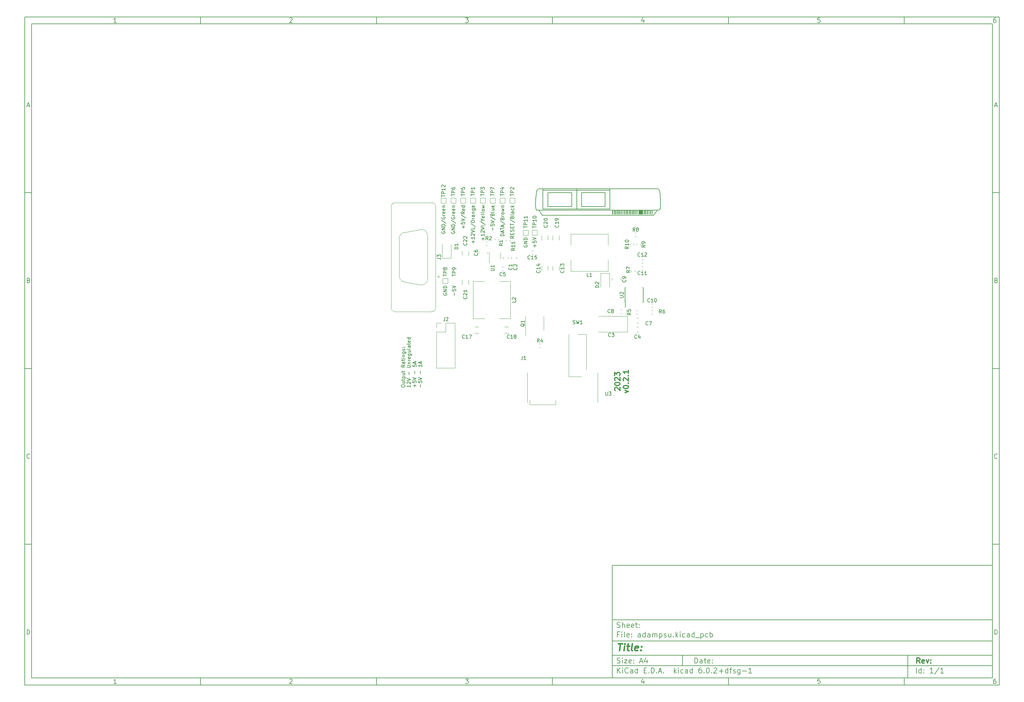
<source format=gbr>
G04 #@! TF.GenerationSoftware,KiCad,Pcbnew,6.0.2+dfsg-1*
G04 #@! TF.CreationDate,2023-07-16T14:07:35-07:00*
G04 #@! TF.ProjectId,adampsu,6164616d-7073-4752-9e6b-696361645f70,rev?*
G04 #@! TF.SameCoordinates,Original*
G04 #@! TF.FileFunction,Legend,Top*
G04 #@! TF.FilePolarity,Positive*
%FSLAX46Y46*%
G04 Gerber Fmt 4.6, Leading zero omitted, Abs format (unit mm)*
G04 Created by KiCad (PCBNEW 6.0.2+dfsg-1) date 2023-07-16 14:07:35*
%MOMM*%
%LPD*%
G01*
G04 APERTURE LIST*
%ADD10C,0.100000*%
%ADD11C,0.150000*%
%ADD12C,0.300000*%
%ADD13C,0.400000*%
%ADD14C,0.020000*%
%ADD15C,0.200000*%
%ADD16C,0.120000*%
G04 APERTURE END LIST*
D10*
D11*
X177002200Y-166007200D02*
X177002200Y-198007200D01*
X285002200Y-198007200D01*
X285002200Y-166007200D01*
X177002200Y-166007200D01*
D10*
D11*
X10000000Y-10000000D02*
X10000000Y-200007200D01*
X287002200Y-200007200D01*
X287002200Y-10000000D01*
X10000000Y-10000000D01*
D10*
D11*
X12000000Y-12000000D02*
X12000000Y-198007200D01*
X285002200Y-198007200D01*
X285002200Y-12000000D01*
X12000000Y-12000000D01*
D10*
D11*
X60000000Y-12000000D02*
X60000000Y-10000000D01*
D10*
D11*
X110000000Y-12000000D02*
X110000000Y-10000000D01*
D10*
D11*
X160000000Y-12000000D02*
X160000000Y-10000000D01*
D10*
D11*
X210000000Y-12000000D02*
X210000000Y-10000000D01*
D10*
D11*
X260000000Y-12000000D02*
X260000000Y-10000000D01*
D10*
D11*
X36065476Y-11588095D02*
X35322619Y-11588095D01*
X35694047Y-11588095D02*
X35694047Y-10288095D01*
X35570238Y-10473809D01*
X35446428Y-10597619D01*
X35322619Y-10659523D01*
D10*
D11*
X85322619Y-10411904D02*
X85384523Y-10350000D01*
X85508333Y-10288095D01*
X85817857Y-10288095D01*
X85941666Y-10350000D01*
X86003571Y-10411904D01*
X86065476Y-10535714D01*
X86065476Y-10659523D01*
X86003571Y-10845238D01*
X85260714Y-11588095D01*
X86065476Y-11588095D01*
D10*
D11*
X135260714Y-10288095D02*
X136065476Y-10288095D01*
X135632142Y-10783333D01*
X135817857Y-10783333D01*
X135941666Y-10845238D01*
X136003571Y-10907142D01*
X136065476Y-11030952D01*
X136065476Y-11340476D01*
X136003571Y-11464285D01*
X135941666Y-11526190D01*
X135817857Y-11588095D01*
X135446428Y-11588095D01*
X135322619Y-11526190D01*
X135260714Y-11464285D01*
D10*
D11*
X185941666Y-10721428D02*
X185941666Y-11588095D01*
X185632142Y-10226190D02*
X185322619Y-11154761D01*
X186127380Y-11154761D01*
D10*
D11*
X236003571Y-10288095D02*
X235384523Y-10288095D01*
X235322619Y-10907142D01*
X235384523Y-10845238D01*
X235508333Y-10783333D01*
X235817857Y-10783333D01*
X235941666Y-10845238D01*
X236003571Y-10907142D01*
X236065476Y-11030952D01*
X236065476Y-11340476D01*
X236003571Y-11464285D01*
X235941666Y-11526190D01*
X235817857Y-11588095D01*
X235508333Y-11588095D01*
X235384523Y-11526190D01*
X235322619Y-11464285D01*
D10*
D11*
X285941666Y-10288095D02*
X285694047Y-10288095D01*
X285570238Y-10350000D01*
X285508333Y-10411904D01*
X285384523Y-10597619D01*
X285322619Y-10845238D01*
X285322619Y-11340476D01*
X285384523Y-11464285D01*
X285446428Y-11526190D01*
X285570238Y-11588095D01*
X285817857Y-11588095D01*
X285941666Y-11526190D01*
X286003571Y-11464285D01*
X286065476Y-11340476D01*
X286065476Y-11030952D01*
X286003571Y-10907142D01*
X285941666Y-10845238D01*
X285817857Y-10783333D01*
X285570238Y-10783333D01*
X285446428Y-10845238D01*
X285384523Y-10907142D01*
X285322619Y-11030952D01*
D10*
D11*
X60000000Y-198007200D02*
X60000000Y-200007200D01*
D10*
D11*
X110000000Y-198007200D02*
X110000000Y-200007200D01*
D10*
D11*
X160000000Y-198007200D02*
X160000000Y-200007200D01*
D10*
D11*
X210000000Y-198007200D02*
X210000000Y-200007200D01*
D10*
D11*
X260000000Y-198007200D02*
X260000000Y-200007200D01*
D10*
D11*
X36065476Y-199595295D02*
X35322619Y-199595295D01*
X35694047Y-199595295D02*
X35694047Y-198295295D01*
X35570238Y-198481009D01*
X35446428Y-198604819D01*
X35322619Y-198666723D01*
D10*
D11*
X85322619Y-198419104D02*
X85384523Y-198357200D01*
X85508333Y-198295295D01*
X85817857Y-198295295D01*
X85941666Y-198357200D01*
X86003571Y-198419104D01*
X86065476Y-198542914D01*
X86065476Y-198666723D01*
X86003571Y-198852438D01*
X85260714Y-199595295D01*
X86065476Y-199595295D01*
D10*
D11*
X135260714Y-198295295D02*
X136065476Y-198295295D01*
X135632142Y-198790533D01*
X135817857Y-198790533D01*
X135941666Y-198852438D01*
X136003571Y-198914342D01*
X136065476Y-199038152D01*
X136065476Y-199347676D01*
X136003571Y-199471485D01*
X135941666Y-199533390D01*
X135817857Y-199595295D01*
X135446428Y-199595295D01*
X135322619Y-199533390D01*
X135260714Y-199471485D01*
D10*
D11*
X185941666Y-198728628D02*
X185941666Y-199595295D01*
X185632142Y-198233390D02*
X185322619Y-199161961D01*
X186127380Y-199161961D01*
D10*
D11*
X236003571Y-198295295D02*
X235384523Y-198295295D01*
X235322619Y-198914342D01*
X235384523Y-198852438D01*
X235508333Y-198790533D01*
X235817857Y-198790533D01*
X235941666Y-198852438D01*
X236003571Y-198914342D01*
X236065476Y-199038152D01*
X236065476Y-199347676D01*
X236003571Y-199471485D01*
X235941666Y-199533390D01*
X235817857Y-199595295D01*
X235508333Y-199595295D01*
X235384523Y-199533390D01*
X235322619Y-199471485D01*
D10*
D11*
X285941666Y-198295295D02*
X285694047Y-198295295D01*
X285570238Y-198357200D01*
X285508333Y-198419104D01*
X285384523Y-198604819D01*
X285322619Y-198852438D01*
X285322619Y-199347676D01*
X285384523Y-199471485D01*
X285446428Y-199533390D01*
X285570238Y-199595295D01*
X285817857Y-199595295D01*
X285941666Y-199533390D01*
X286003571Y-199471485D01*
X286065476Y-199347676D01*
X286065476Y-199038152D01*
X286003571Y-198914342D01*
X285941666Y-198852438D01*
X285817857Y-198790533D01*
X285570238Y-198790533D01*
X285446428Y-198852438D01*
X285384523Y-198914342D01*
X285322619Y-199038152D01*
D10*
D11*
X10000000Y-60000000D02*
X12000000Y-60000000D01*
D10*
D11*
X10000000Y-110000000D02*
X12000000Y-110000000D01*
D10*
D11*
X10000000Y-160000000D02*
X12000000Y-160000000D01*
D10*
D11*
X10690476Y-35216666D02*
X11309523Y-35216666D01*
X10566666Y-35588095D02*
X11000000Y-34288095D01*
X11433333Y-35588095D01*
D10*
D11*
X11092857Y-84907142D02*
X11278571Y-84969047D01*
X11340476Y-85030952D01*
X11402380Y-85154761D01*
X11402380Y-85340476D01*
X11340476Y-85464285D01*
X11278571Y-85526190D01*
X11154761Y-85588095D01*
X10659523Y-85588095D01*
X10659523Y-84288095D01*
X11092857Y-84288095D01*
X11216666Y-84350000D01*
X11278571Y-84411904D01*
X11340476Y-84535714D01*
X11340476Y-84659523D01*
X11278571Y-84783333D01*
X11216666Y-84845238D01*
X11092857Y-84907142D01*
X10659523Y-84907142D01*
D10*
D11*
X11402380Y-135464285D02*
X11340476Y-135526190D01*
X11154761Y-135588095D01*
X11030952Y-135588095D01*
X10845238Y-135526190D01*
X10721428Y-135402380D01*
X10659523Y-135278571D01*
X10597619Y-135030952D01*
X10597619Y-134845238D01*
X10659523Y-134597619D01*
X10721428Y-134473809D01*
X10845238Y-134350000D01*
X11030952Y-134288095D01*
X11154761Y-134288095D01*
X11340476Y-134350000D01*
X11402380Y-134411904D01*
D10*
D11*
X10659523Y-185588095D02*
X10659523Y-184288095D01*
X10969047Y-184288095D01*
X11154761Y-184350000D01*
X11278571Y-184473809D01*
X11340476Y-184597619D01*
X11402380Y-184845238D01*
X11402380Y-185030952D01*
X11340476Y-185278571D01*
X11278571Y-185402380D01*
X11154761Y-185526190D01*
X10969047Y-185588095D01*
X10659523Y-185588095D01*
D10*
D11*
X287002200Y-60000000D02*
X285002200Y-60000000D01*
D10*
D11*
X287002200Y-110000000D02*
X285002200Y-110000000D01*
D10*
D11*
X287002200Y-160000000D02*
X285002200Y-160000000D01*
D10*
D11*
X285692676Y-35216666D02*
X286311723Y-35216666D01*
X285568866Y-35588095D02*
X286002200Y-34288095D01*
X286435533Y-35588095D01*
D10*
D11*
X286095057Y-84907142D02*
X286280771Y-84969047D01*
X286342676Y-85030952D01*
X286404580Y-85154761D01*
X286404580Y-85340476D01*
X286342676Y-85464285D01*
X286280771Y-85526190D01*
X286156961Y-85588095D01*
X285661723Y-85588095D01*
X285661723Y-84288095D01*
X286095057Y-84288095D01*
X286218866Y-84350000D01*
X286280771Y-84411904D01*
X286342676Y-84535714D01*
X286342676Y-84659523D01*
X286280771Y-84783333D01*
X286218866Y-84845238D01*
X286095057Y-84907142D01*
X285661723Y-84907142D01*
D10*
D11*
X286404580Y-135464285D02*
X286342676Y-135526190D01*
X286156961Y-135588095D01*
X286033152Y-135588095D01*
X285847438Y-135526190D01*
X285723628Y-135402380D01*
X285661723Y-135278571D01*
X285599819Y-135030952D01*
X285599819Y-134845238D01*
X285661723Y-134597619D01*
X285723628Y-134473809D01*
X285847438Y-134350000D01*
X286033152Y-134288095D01*
X286156961Y-134288095D01*
X286342676Y-134350000D01*
X286404580Y-134411904D01*
D10*
D11*
X285661723Y-185588095D02*
X285661723Y-184288095D01*
X285971247Y-184288095D01*
X286156961Y-184350000D01*
X286280771Y-184473809D01*
X286342676Y-184597619D01*
X286404580Y-184845238D01*
X286404580Y-185030952D01*
X286342676Y-185278571D01*
X286280771Y-185402380D01*
X286156961Y-185526190D01*
X285971247Y-185588095D01*
X285661723Y-185588095D01*
D10*
D11*
X200434342Y-193785771D02*
X200434342Y-192285771D01*
X200791485Y-192285771D01*
X201005771Y-192357200D01*
X201148628Y-192500057D01*
X201220057Y-192642914D01*
X201291485Y-192928628D01*
X201291485Y-193142914D01*
X201220057Y-193428628D01*
X201148628Y-193571485D01*
X201005771Y-193714342D01*
X200791485Y-193785771D01*
X200434342Y-193785771D01*
X202577200Y-193785771D02*
X202577200Y-193000057D01*
X202505771Y-192857200D01*
X202362914Y-192785771D01*
X202077200Y-192785771D01*
X201934342Y-192857200D01*
X202577200Y-193714342D02*
X202434342Y-193785771D01*
X202077200Y-193785771D01*
X201934342Y-193714342D01*
X201862914Y-193571485D01*
X201862914Y-193428628D01*
X201934342Y-193285771D01*
X202077200Y-193214342D01*
X202434342Y-193214342D01*
X202577200Y-193142914D01*
X203077200Y-192785771D02*
X203648628Y-192785771D01*
X203291485Y-192285771D02*
X203291485Y-193571485D01*
X203362914Y-193714342D01*
X203505771Y-193785771D01*
X203648628Y-193785771D01*
X204720057Y-193714342D02*
X204577200Y-193785771D01*
X204291485Y-193785771D01*
X204148628Y-193714342D01*
X204077200Y-193571485D01*
X204077200Y-193000057D01*
X204148628Y-192857200D01*
X204291485Y-192785771D01*
X204577200Y-192785771D01*
X204720057Y-192857200D01*
X204791485Y-193000057D01*
X204791485Y-193142914D01*
X204077200Y-193285771D01*
X205434342Y-193642914D02*
X205505771Y-193714342D01*
X205434342Y-193785771D01*
X205362914Y-193714342D01*
X205434342Y-193642914D01*
X205434342Y-193785771D01*
X205434342Y-192857200D02*
X205505771Y-192928628D01*
X205434342Y-193000057D01*
X205362914Y-192928628D01*
X205434342Y-192857200D01*
X205434342Y-193000057D01*
D10*
D11*
X177002200Y-194507200D02*
X285002200Y-194507200D01*
D10*
D11*
X178434342Y-196585771D02*
X178434342Y-195085771D01*
X179291485Y-196585771D02*
X178648628Y-195728628D01*
X179291485Y-195085771D02*
X178434342Y-195942914D01*
X179934342Y-196585771D02*
X179934342Y-195585771D01*
X179934342Y-195085771D02*
X179862914Y-195157200D01*
X179934342Y-195228628D01*
X180005771Y-195157200D01*
X179934342Y-195085771D01*
X179934342Y-195228628D01*
X181505771Y-196442914D02*
X181434342Y-196514342D01*
X181220057Y-196585771D01*
X181077200Y-196585771D01*
X180862914Y-196514342D01*
X180720057Y-196371485D01*
X180648628Y-196228628D01*
X180577200Y-195942914D01*
X180577200Y-195728628D01*
X180648628Y-195442914D01*
X180720057Y-195300057D01*
X180862914Y-195157200D01*
X181077200Y-195085771D01*
X181220057Y-195085771D01*
X181434342Y-195157200D01*
X181505771Y-195228628D01*
X182791485Y-196585771D02*
X182791485Y-195800057D01*
X182720057Y-195657200D01*
X182577200Y-195585771D01*
X182291485Y-195585771D01*
X182148628Y-195657200D01*
X182791485Y-196514342D02*
X182648628Y-196585771D01*
X182291485Y-196585771D01*
X182148628Y-196514342D01*
X182077200Y-196371485D01*
X182077200Y-196228628D01*
X182148628Y-196085771D01*
X182291485Y-196014342D01*
X182648628Y-196014342D01*
X182791485Y-195942914D01*
X184148628Y-196585771D02*
X184148628Y-195085771D01*
X184148628Y-196514342D02*
X184005771Y-196585771D01*
X183720057Y-196585771D01*
X183577200Y-196514342D01*
X183505771Y-196442914D01*
X183434342Y-196300057D01*
X183434342Y-195871485D01*
X183505771Y-195728628D01*
X183577200Y-195657200D01*
X183720057Y-195585771D01*
X184005771Y-195585771D01*
X184148628Y-195657200D01*
X186005771Y-195800057D02*
X186505771Y-195800057D01*
X186720057Y-196585771D02*
X186005771Y-196585771D01*
X186005771Y-195085771D01*
X186720057Y-195085771D01*
X187362914Y-196442914D02*
X187434342Y-196514342D01*
X187362914Y-196585771D01*
X187291485Y-196514342D01*
X187362914Y-196442914D01*
X187362914Y-196585771D01*
X188077200Y-196585771D02*
X188077200Y-195085771D01*
X188434342Y-195085771D01*
X188648628Y-195157200D01*
X188791485Y-195300057D01*
X188862914Y-195442914D01*
X188934342Y-195728628D01*
X188934342Y-195942914D01*
X188862914Y-196228628D01*
X188791485Y-196371485D01*
X188648628Y-196514342D01*
X188434342Y-196585771D01*
X188077200Y-196585771D01*
X189577200Y-196442914D02*
X189648628Y-196514342D01*
X189577200Y-196585771D01*
X189505771Y-196514342D01*
X189577200Y-196442914D01*
X189577200Y-196585771D01*
X190220057Y-196157200D02*
X190934342Y-196157200D01*
X190077200Y-196585771D02*
X190577200Y-195085771D01*
X191077200Y-196585771D01*
X191577200Y-196442914D02*
X191648628Y-196514342D01*
X191577200Y-196585771D01*
X191505771Y-196514342D01*
X191577200Y-196442914D01*
X191577200Y-196585771D01*
X194577200Y-196585771D02*
X194577200Y-195085771D01*
X194720057Y-196014342D02*
X195148628Y-196585771D01*
X195148628Y-195585771D02*
X194577200Y-196157200D01*
X195791485Y-196585771D02*
X195791485Y-195585771D01*
X195791485Y-195085771D02*
X195720057Y-195157200D01*
X195791485Y-195228628D01*
X195862914Y-195157200D01*
X195791485Y-195085771D01*
X195791485Y-195228628D01*
X197148628Y-196514342D02*
X197005771Y-196585771D01*
X196720057Y-196585771D01*
X196577200Y-196514342D01*
X196505771Y-196442914D01*
X196434342Y-196300057D01*
X196434342Y-195871485D01*
X196505771Y-195728628D01*
X196577200Y-195657200D01*
X196720057Y-195585771D01*
X197005771Y-195585771D01*
X197148628Y-195657200D01*
X198434342Y-196585771D02*
X198434342Y-195800057D01*
X198362914Y-195657200D01*
X198220057Y-195585771D01*
X197934342Y-195585771D01*
X197791485Y-195657200D01*
X198434342Y-196514342D02*
X198291485Y-196585771D01*
X197934342Y-196585771D01*
X197791485Y-196514342D01*
X197720057Y-196371485D01*
X197720057Y-196228628D01*
X197791485Y-196085771D01*
X197934342Y-196014342D01*
X198291485Y-196014342D01*
X198434342Y-195942914D01*
X199791485Y-196585771D02*
X199791485Y-195085771D01*
X199791485Y-196514342D02*
X199648628Y-196585771D01*
X199362914Y-196585771D01*
X199220057Y-196514342D01*
X199148628Y-196442914D01*
X199077200Y-196300057D01*
X199077200Y-195871485D01*
X199148628Y-195728628D01*
X199220057Y-195657200D01*
X199362914Y-195585771D01*
X199648628Y-195585771D01*
X199791485Y-195657200D01*
X202291485Y-195085771D02*
X202005771Y-195085771D01*
X201862914Y-195157200D01*
X201791485Y-195228628D01*
X201648628Y-195442914D01*
X201577200Y-195728628D01*
X201577200Y-196300057D01*
X201648628Y-196442914D01*
X201720057Y-196514342D01*
X201862914Y-196585771D01*
X202148628Y-196585771D01*
X202291485Y-196514342D01*
X202362914Y-196442914D01*
X202434342Y-196300057D01*
X202434342Y-195942914D01*
X202362914Y-195800057D01*
X202291485Y-195728628D01*
X202148628Y-195657200D01*
X201862914Y-195657200D01*
X201720057Y-195728628D01*
X201648628Y-195800057D01*
X201577200Y-195942914D01*
X203077200Y-196442914D02*
X203148628Y-196514342D01*
X203077200Y-196585771D01*
X203005771Y-196514342D01*
X203077200Y-196442914D01*
X203077200Y-196585771D01*
X204077200Y-195085771D02*
X204220057Y-195085771D01*
X204362914Y-195157200D01*
X204434342Y-195228628D01*
X204505771Y-195371485D01*
X204577200Y-195657200D01*
X204577200Y-196014342D01*
X204505771Y-196300057D01*
X204434342Y-196442914D01*
X204362914Y-196514342D01*
X204220057Y-196585771D01*
X204077200Y-196585771D01*
X203934342Y-196514342D01*
X203862914Y-196442914D01*
X203791485Y-196300057D01*
X203720057Y-196014342D01*
X203720057Y-195657200D01*
X203791485Y-195371485D01*
X203862914Y-195228628D01*
X203934342Y-195157200D01*
X204077200Y-195085771D01*
X205220057Y-196442914D02*
X205291485Y-196514342D01*
X205220057Y-196585771D01*
X205148628Y-196514342D01*
X205220057Y-196442914D01*
X205220057Y-196585771D01*
X205862914Y-195228628D02*
X205934342Y-195157200D01*
X206077200Y-195085771D01*
X206434342Y-195085771D01*
X206577200Y-195157200D01*
X206648628Y-195228628D01*
X206720057Y-195371485D01*
X206720057Y-195514342D01*
X206648628Y-195728628D01*
X205791485Y-196585771D01*
X206720057Y-196585771D01*
X207362914Y-196014342D02*
X208505771Y-196014342D01*
X207934342Y-196585771D02*
X207934342Y-195442914D01*
X209862914Y-196585771D02*
X209862914Y-195085771D01*
X209862914Y-196514342D02*
X209720057Y-196585771D01*
X209434342Y-196585771D01*
X209291485Y-196514342D01*
X209220057Y-196442914D01*
X209148628Y-196300057D01*
X209148628Y-195871485D01*
X209220057Y-195728628D01*
X209291485Y-195657200D01*
X209434342Y-195585771D01*
X209720057Y-195585771D01*
X209862914Y-195657200D01*
X210362914Y-195585771D02*
X210934342Y-195585771D01*
X210577200Y-196585771D02*
X210577200Y-195300057D01*
X210648628Y-195157200D01*
X210791485Y-195085771D01*
X210934342Y-195085771D01*
X211362914Y-196514342D02*
X211505771Y-196585771D01*
X211791485Y-196585771D01*
X211934342Y-196514342D01*
X212005771Y-196371485D01*
X212005771Y-196300057D01*
X211934342Y-196157200D01*
X211791485Y-196085771D01*
X211577200Y-196085771D01*
X211434342Y-196014342D01*
X211362914Y-195871485D01*
X211362914Y-195800057D01*
X211434342Y-195657200D01*
X211577200Y-195585771D01*
X211791485Y-195585771D01*
X211934342Y-195657200D01*
X213291485Y-195585771D02*
X213291485Y-196800057D01*
X213220057Y-196942914D01*
X213148628Y-197014342D01*
X213005771Y-197085771D01*
X212791485Y-197085771D01*
X212648628Y-197014342D01*
X213291485Y-196514342D02*
X213148628Y-196585771D01*
X212862914Y-196585771D01*
X212720057Y-196514342D01*
X212648628Y-196442914D01*
X212577200Y-196300057D01*
X212577200Y-195871485D01*
X212648628Y-195728628D01*
X212720057Y-195657200D01*
X212862914Y-195585771D01*
X213148628Y-195585771D01*
X213291485Y-195657200D01*
X214005771Y-196014342D02*
X215148628Y-196014342D01*
X216648628Y-196585771D02*
X215791485Y-196585771D01*
X216220057Y-196585771D02*
X216220057Y-195085771D01*
X216077200Y-195300057D01*
X215934342Y-195442914D01*
X215791485Y-195514342D01*
D10*
D11*
X177002200Y-191507200D02*
X285002200Y-191507200D01*
D10*
D12*
X264411485Y-193785771D02*
X263911485Y-193071485D01*
X263554342Y-193785771D02*
X263554342Y-192285771D01*
X264125771Y-192285771D01*
X264268628Y-192357200D01*
X264340057Y-192428628D01*
X264411485Y-192571485D01*
X264411485Y-192785771D01*
X264340057Y-192928628D01*
X264268628Y-193000057D01*
X264125771Y-193071485D01*
X263554342Y-193071485D01*
X265625771Y-193714342D02*
X265482914Y-193785771D01*
X265197200Y-193785771D01*
X265054342Y-193714342D01*
X264982914Y-193571485D01*
X264982914Y-193000057D01*
X265054342Y-192857200D01*
X265197200Y-192785771D01*
X265482914Y-192785771D01*
X265625771Y-192857200D01*
X265697200Y-193000057D01*
X265697200Y-193142914D01*
X264982914Y-193285771D01*
X266197200Y-192785771D02*
X266554342Y-193785771D01*
X266911485Y-192785771D01*
X267482914Y-193642914D02*
X267554342Y-193714342D01*
X267482914Y-193785771D01*
X267411485Y-193714342D01*
X267482914Y-193642914D01*
X267482914Y-193785771D01*
X267482914Y-192857200D02*
X267554342Y-192928628D01*
X267482914Y-193000057D01*
X267411485Y-192928628D01*
X267482914Y-192857200D01*
X267482914Y-193000057D01*
D10*
D11*
X178362914Y-193714342D02*
X178577200Y-193785771D01*
X178934342Y-193785771D01*
X179077200Y-193714342D01*
X179148628Y-193642914D01*
X179220057Y-193500057D01*
X179220057Y-193357200D01*
X179148628Y-193214342D01*
X179077200Y-193142914D01*
X178934342Y-193071485D01*
X178648628Y-193000057D01*
X178505771Y-192928628D01*
X178434342Y-192857200D01*
X178362914Y-192714342D01*
X178362914Y-192571485D01*
X178434342Y-192428628D01*
X178505771Y-192357200D01*
X178648628Y-192285771D01*
X179005771Y-192285771D01*
X179220057Y-192357200D01*
X179862914Y-193785771D02*
X179862914Y-192785771D01*
X179862914Y-192285771D02*
X179791485Y-192357200D01*
X179862914Y-192428628D01*
X179934342Y-192357200D01*
X179862914Y-192285771D01*
X179862914Y-192428628D01*
X180434342Y-192785771D02*
X181220057Y-192785771D01*
X180434342Y-193785771D01*
X181220057Y-193785771D01*
X182362914Y-193714342D02*
X182220057Y-193785771D01*
X181934342Y-193785771D01*
X181791485Y-193714342D01*
X181720057Y-193571485D01*
X181720057Y-193000057D01*
X181791485Y-192857200D01*
X181934342Y-192785771D01*
X182220057Y-192785771D01*
X182362914Y-192857200D01*
X182434342Y-193000057D01*
X182434342Y-193142914D01*
X181720057Y-193285771D01*
X183077200Y-193642914D02*
X183148628Y-193714342D01*
X183077200Y-193785771D01*
X183005771Y-193714342D01*
X183077200Y-193642914D01*
X183077200Y-193785771D01*
X183077200Y-192857200D02*
X183148628Y-192928628D01*
X183077200Y-193000057D01*
X183005771Y-192928628D01*
X183077200Y-192857200D01*
X183077200Y-193000057D01*
X184862914Y-193357200D02*
X185577200Y-193357200D01*
X184720057Y-193785771D02*
X185220057Y-192285771D01*
X185720057Y-193785771D01*
X186862914Y-192785771D02*
X186862914Y-193785771D01*
X186505771Y-192214342D02*
X186148628Y-193285771D01*
X187077200Y-193285771D01*
D10*
D11*
X263434342Y-196585771D02*
X263434342Y-195085771D01*
X264791485Y-196585771D02*
X264791485Y-195085771D01*
X264791485Y-196514342D02*
X264648628Y-196585771D01*
X264362914Y-196585771D01*
X264220057Y-196514342D01*
X264148628Y-196442914D01*
X264077200Y-196300057D01*
X264077200Y-195871485D01*
X264148628Y-195728628D01*
X264220057Y-195657200D01*
X264362914Y-195585771D01*
X264648628Y-195585771D01*
X264791485Y-195657200D01*
X265505771Y-196442914D02*
X265577200Y-196514342D01*
X265505771Y-196585771D01*
X265434342Y-196514342D01*
X265505771Y-196442914D01*
X265505771Y-196585771D01*
X265505771Y-195657200D02*
X265577200Y-195728628D01*
X265505771Y-195800057D01*
X265434342Y-195728628D01*
X265505771Y-195657200D01*
X265505771Y-195800057D01*
X268148628Y-196585771D02*
X267291485Y-196585771D01*
X267720057Y-196585771D02*
X267720057Y-195085771D01*
X267577200Y-195300057D01*
X267434342Y-195442914D01*
X267291485Y-195514342D01*
X269862914Y-195014342D02*
X268577200Y-196942914D01*
X271148628Y-196585771D02*
X270291485Y-196585771D01*
X270720057Y-196585771D02*
X270720057Y-195085771D01*
X270577200Y-195300057D01*
X270434342Y-195442914D01*
X270291485Y-195514342D01*
D10*
D11*
X177002200Y-187507200D02*
X285002200Y-187507200D01*
D10*
D13*
X178714580Y-188211961D02*
X179857438Y-188211961D01*
X179036009Y-190211961D02*
X179286009Y-188211961D01*
X180274104Y-190211961D02*
X180440771Y-188878628D01*
X180524104Y-188211961D02*
X180416961Y-188307200D01*
X180500295Y-188402438D01*
X180607438Y-188307200D01*
X180524104Y-188211961D01*
X180500295Y-188402438D01*
X181107438Y-188878628D02*
X181869342Y-188878628D01*
X181476485Y-188211961D02*
X181262200Y-189926247D01*
X181333628Y-190116723D01*
X181512200Y-190211961D01*
X181702676Y-190211961D01*
X182655057Y-190211961D02*
X182476485Y-190116723D01*
X182405057Y-189926247D01*
X182619342Y-188211961D01*
X184190771Y-190116723D02*
X183988390Y-190211961D01*
X183607438Y-190211961D01*
X183428866Y-190116723D01*
X183357438Y-189926247D01*
X183452676Y-189164342D01*
X183571723Y-188973866D01*
X183774104Y-188878628D01*
X184155057Y-188878628D01*
X184333628Y-188973866D01*
X184405057Y-189164342D01*
X184381247Y-189354819D01*
X183405057Y-189545295D01*
X185155057Y-190021485D02*
X185238390Y-190116723D01*
X185131247Y-190211961D01*
X185047914Y-190116723D01*
X185155057Y-190021485D01*
X185131247Y-190211961D01*
X185286009Y-188973866D02*
X185369342Y-189069104D01*
X185262200Y-189164342D01*
X185178866Y-189069104D01*
X185286009Y-188973866D01*
X185262200Y-189164342D01*
D10*
D11*
X178934342Y-185600057D02*
X178434342Y-185600057D01*
X178434342Y-186385771D02*
X178434342Y-184885771D01*
X179148628Y-184885771D01*
X179720057Y-186385771D02*
X179720057Y-185385771D01*
X179720057Y-184885771D02*
X179648628Y-184957200D01*
X179720057Y-185028628D01*
X179791485Y-184957200D01*
X179720057Y-184885771D01*
X179720057Y-185028628D01*
X180648628Y-186385771D02*
X180505771Y-186314342D01*
X180434342Y-186171485D01*
X180434342Y-184885771D01*
X181791485Y-186314342D02*
X181648628Y-186385771D01*
X181362914Y-186385771D01*
X181220057Y-186314342D01*
X181148628Y-186171485D01*
X181148628Y-185600057D01*
X181220057Y-185457200D01*
X181362914Y-185385771D01*
X181648628Y-185385771D01*
X181791485Y-185457200D01*
X181862914Y-185600057D01*
X181862914Y-185742914D01*
X181148628Y-185885771D01*
X182505771Y-186242914D02*
X182577200Y-186314342D01*
X182505771Y-186385771D01*
X182434342Y-186314342D01*
X182505771Y-186242914D01*
X182505771Y-186385771D01*
X182505771Y-185457200D02*
X182577200Y-185528628D01*
X182505771Y-185600057D01*
X182434342Y-185528628D01*
X182505771Y-185457200D01*
X182505771Y-185600057D01*
X185005771Y-186385771D02*
X185005771Y-185600057D01*
X184934342Y-185457200D01*
X184791485Y-185385771D01*
X184505771Y-185385771D01*
X184362914Y-185457200D01*
X185005771Y-186314342D02*
X184862914Y-186385771D01*
X184505771Y-186385771D01*
X184362914Y-186314342D01*
X184291485Y-186171485D01*
X184291485Y-186028628D01*
X184362914Y-185885771D01*
X184505771Y-185814342D01*
X184862914Y-185814342D01*
X185005771Y-185742914D01*
X186362914Y-186385771D02*
X186362914Y-184885771D01*
X186362914Y-186314342D02*
X186220057Y-186385771D01*
X185934342Y-186385771D01*
X185791485Y-186314342D01*
X185720057Y-186242914D01*
X185648628Y-186100057D01*
X185648628Y-185671485D01*
X185720057Y-185528628D01*
X185791485Y-185457200D01*
X185934342Y-185385771D01*
X186220057Y-185385771D01*
X186362914Y-185457200D01*
X187720057Y-186385771D02*
X187720057Y-185600057D01*
X187648628Y-185457200D01*
X187505771Y-185385771D01*
X187220057Y-185385771D01*
X187077200Y-185457200D01*
X187720057Y-186314342D02*
X187577200Y-186385771D01*
X187220057Y-186385771D01*
X187077200Y-186314342D01*
X187005771Y-186171485D01*
X187005771Y-186028628D01*
X187077200Y-185885771D01*
X187220057Y-185814342D01*
X187577200Y-185814342D01*
X187720057Y-185742914D01*
X188434342Y-186385771D02*
X188434342Y-185385771D01*
X188434342Y-185528628D02*
X188505771Y-185457200D01*
X188648628Y-185385771D01*
X188862914Y-185385771D01*
X189005771Y-185457200D01*
X189077200Y-185600057D01*
X189077200Y-186385771D01*
X189077200Y-185600057D02*
X189148628Y-185457200D01*
X189291485Y-185385771D01*
X189505771Y-185385771D01*
X189648628Y-185457200D01*
X189720057Y-185600057D01*
X189720057Y-186385771D01*
X190434342Y-185385771D02*
X190434342Y-186885771D01*
X190434342Y-185457200D02*
X190577200Y-185385771D01*
X190862914Y-185385771D01*
X191005771Y-185457200D01*
X191077200Y-185528628D01*
X191148628Y-185671485D01*
X191148628Y-186100057D01*
X191077200Y-186242914D01*
X191005771Y-186314342D01*
X190862914Y-186385771D01*
X190577200Y-186385771D01*
X190434342Y-186314342D01*
X191720057Y-186314342D02*
X191862914Y-186385771D01*
X192148628Y-186385771D01*
X192291485Y-186314342D01*
X192362914Y-186171485D01*
X192362914Y-186100057D01*
X192291485Y-185957200D01*
X192148628Y-185885771D01*
X191934342Y-185885771D01*
X191791485Y-185814342D01*
X191720057Y-185671485D01*
X191720057Y-185600057D01*
X191791485Y-185457200D01*
X191934342Y-185385771D01*
X192148628Y-185385771D01*
X192291485Y-185457200D01*
X193648628Y-185385771D02*
X193648628Y-186385771D01*
X193005771Y-185385771D02*
X193005771Y-186171485D01*
X193077200Y-186314342D01*
X193220057Y-186385771D01*
X193434342Y-186385771D01*
X193577200Y-186314342D01*
X193648628Y-186242914D01*
X194362914Y-186242914D02*
X194434342Y-186314342D01*
X194362914Y-186385771D01*
X194291485Y-186314342D01*
X194362914Y-186242914D01*
X194362914Y-186385771D01*
X195077200Y-186385771D02*
X195077200Y-184885771D01*
X195220057Y-185814342D02*
X195648628Y-186385771D01*
X195648628Y-185385771D02*
X195077200Y-185957200D01*
X196291485Y-186385771D02*
X196291485Y-185385771D01*
X196291485Y-184885771D02*
X196220057Y-184957200D01*
X196291485Y-185028628D01*
X196362914Y-184957200D01*
X196291485Y-184885771D01*
X196291485Y-185028628D01*
X197648628Y-186314342D02*
X197505771Y-186385771D01*
X197220057Y-186385771D01*
X197077200Y-186314342D01*
X197005771Y-186242914D01*
X196934342Y-186100057D01*
X196934342Y-185671485D01*
X197005771Y-185528628D01*
X197077200Y-185457200D01*
X197220057Y-185385771D01*
X197505771Y-185385771D01*
X197648628Y-185457200D01*
X198934342Y-186385771D02*
X198934342Y-185600057D01*
X198862914Y-185457200D01*
X198720057Y-185385771D01*
X198434342Y-185385771D01*
X198291485Y-185457200D01*
X198934342Y-186314342D02*
X198791485Y-186385771D01*
X198434342Y-186385771D01*
X198291485Y-186314342D01*
X198220057Y-186171485D01*
X198220057Y-186028628D01*
X198291485Y-185885771D01*
X198434342Y-185814342D01*
X198791485Y-185814342D01*
X198934342Y-185742914D01*
X200291485Y-186385771D02*
X200291485Y-184885771D01*
X200291485Y-186314342D02*
X200148628Y-186385771D01*
X199862914Y-186385771D01*
X199720057Y-186314342D01*
X199648628Y-186242914D01*
X199577200Y-186100057D01*
X199577200Y-185671485D01*
X199648628Y-185528628D01*
X199720057Y-185457200D01*
X199862914Y-185385771D01*
X200148628Y-185385771D01*
X200291485Y-185457200D01*
X200648628Y-186528628D02*
X201791485Y-186528628D01*
X202148628Y-185385771D02*
X202148628Y-186885771D01*
X202148628Y-185457200D02*
X202291485Y-185385771D01*
X202577200Y-185385771D01*
X202720057Y-185457200D01*
X202791485Y-185528628D01*
X202862914Y-185671485D01*
X202862914Y-186100057D01*
X202791485Y-186242914D01*
X202720057Y-186314342D01*
X202577200Y-186385771D01*
X202291485Y-186385771D01*
X202148628Y-186314342D01*
X204148628Y-186314342D02*
X204005771Y-186385771D01*
X203720057Y-186385771D01*
X203577200Y-186314342D01*
X203505771Y-186242914D01*
X203434342Y-186100057D01*
X203434342Y-185671485D01*
X203505771Y-185528628D01*
X203577200Y-185457200D01*
X203720057Y-185385771D01*
X204005771Y-185385771D01*
X204148628Y-185457200D01*
X204791485Y-186385771D02*
X204791485Y-184885771D01*
X204791485Y-185457200D02*
X204934342Y-185385771D01*
X205220057Y-185385771D01*
X205362914Y-185457200D01*
X205434342Y-185528628D01*
X205505771Y-185671485D01*
X205505771Y-186100057D01*
X205434342Y-186242914D01*
X205362914Y-186314342D01*
X205220057Y-186385771D01*
X204934342Y-186385771D01*
X204791485Y-186314342D01*
D10*
D11*
X177002200Y-181507200D02*
X285002200Y-181507200D01*
D10*
D11*
X178362914Y-183614342D02*
X178577200Y-183685771D01*
X178934342Y-183685771D01*
X179077200Y-183614342D01*
X179148628Y-183542914D01*
X179220057Y-183400057D01*
X179220057Y-183257200D01*
X179148628Y-183114342D01*
X179077200Y-183042914D01*
X178934342Y-182971485D01*
X178648628Y-182900057D01*
X178505771Y-182828628D01*
X178434342Y-182757200D01*
X178362914Y-182614342D01*
X178362914Y-182471485D01*
X178434342Y-182328628D01*
X178505771Y-182257200D01*
X178648628Y-182185771D01*
X179005771Y-182185771D01*
X179220057Y-182257200D01*
X179862914Y-183685771D02*
X179862914Y-182185771D01*
X180505771Y-183685771D02*
X180505771Y-182900057D01*
X180434342Y-182757200D01*
X180291485Y-182685771D01*
X180077200Y-182685771D01*
X179934342Y-182757200D01*
X179862914Y-182828628D01*
X181791485Y-183614342D02*
X181648628Y-183685771D01*
X181362914Y-183685771D01*
X181220057Y-183614342D01*
X181148628Y-183471485D01*
X181148628Y-182900057D01*
X181220057Y-182757200D01*
X181362914Y-182685771D01*
X181648628Y-182685771D01*
X181791485Y-182757200D01*
X181862914Y-182900057D01*
X181862914Y-183042914D01*
X181148628Y-183185771D01*
X183077200Y-183614342D02*
X182934342Y-183685771D01*
X182648628Y-183685771D01*
X182505771Y-183614342D01*
X182434342Y-183471485D01*
X182434342Y-182900057D01*
X182505771Y-182757200D01*
X182648628Y-182685771D01*
X182934342Y-182685771D01*
X183077200Y-182757200D01*
X183148628Y-182900057D01*
X183148628Y-183042914D01*
X182434342Y-183185771D01*
X183577200Y-182685771D02*
X184148628Y-182685771D01*
X183791485Y-182185771D02*
X183791485Y-183471485D01*
X183862914Y-183614342D01*
X184005771Y-183685771D01*
X184148628Y-183685771D01*
X184648628Y-183542914D02*
X184720057Y-183614342D01*
X184648628Y-183685771D01*
X184577200Y-183614342D01*
X184648628Y-183542914D01*
X184648628Y-183685771D01*
X184648628Y-182757200D02*
X184720057Y-182828628D01*
X184648628Y-182900057D01*
X184577200Y-182828628D01*
X184648628Y-182757200D01*
X184648628Y-182900057D01*
D10*
D12*
D10*
D11*
D10*
D11*
D10*
D11*
D10*
D11*
D10*
D11*
X197002200Y-191507200D02*
X197002200Y-194507200D01*
D10*
D11*
X261002200Y-191507200D02*
X261002200Y-198007200D01*
D14*
X183272139Y-64972069D02*
X183272139Y-66040000D01*
X184523520Y-66040000D02*
X184523520Y-64972069D01*
D15*
X174968996Y-63944054D02*
X168259175Y-63944054D01*
D14*
X155408729Y-60167268D02*
X155408729Y-60167268D01*
X182189815Y-64972069D02*
X182341338Y-64972069D01*
X189765315Y-64965947D02*
X156146174Y-64975417D01*
X186576832Y-66040000D02*
X186425309Y-66040000D01*
X180298072Y-64972069D02*
X180449595Y-64972069D01*
D15*
X155408729Y-60167269D02*
X155382827Y-60421599D01*
X155354773Y-60688388D01*
X155325593Y-60963498D01*
X155296315Y-61242791D01*
X155267963Y-61522127D01*
X155241565Y-61797370D01*
X155218146Y-62064380D01*
X155198733Y-62319019D01*
X155184352Y-62557150D01*
X155176029Y-62774633D01*
X155174354Y-62906108D01*
D14*
X183589373Y-66040000D02*
X183589373Y-64972069D01*
D15*
X190732389Y-63153876D02*
X190729691Y-62890287D01*
X190721919Y-62628782D01*
X190709553Y-62362594D01*
X190697553Y-62155808D01*
X190683443Y-61939726D01*
X190667425Y-61711493D01*
X190649701Y-61468255D01*
X190630475Y-61207155D01*
X190609950Y-60925340D01*
X190595645Y-60724545D01*
D14*
X179357225Y-64972069D02*
X179508748Y-64972069D01*
D15*
X176294889Y-59296733D02*
X176294889Y-58876532D01*
D14*
X183740896Y-64972069D02*
X183740896Y-66040000D01*
X177013477Y-66040000D02*
X177013477Y-64972069D01*
X180928392Y-66040000D02*
X180776869Y-66040000D01*
X188448477Y-66040000D02*
X188296955Y-66040000D01*
X179508748Y-64972069D02*
X179508748Y-66040000D01*
X179977502Y-64972069D02*
X179977502Y-66040000D01*
D15*
X158736854Y-59966376D02*
X165446675Y-59966376D01*
D14*
X179357225Y-66040000D02*
X179357225Y-64972069D01*
X187824859Y-64972069D02*
X187976381Y-64972069D01*
D10*
X181717722Y-66040000D02*
X181869245Y-66040000D01*
X181869245Y-66040000D02*
X181869245Y-64972069D01*
X181869245Y-64972069D02*
X181717722Y-64972069D01*
X181717722Y-64972069D02*
X181717722Y-66040000D01*
G36*
X181869245Y-66040000D02*
G01*
X181717722Y-66040000D01*
X181717722Y-64972069D01*
X181869245Y-64972069D01*
X181869245Y-66040000D01*
G37*
X181869245Y-66040000D02*
X181717722Y-66040000D01*
X181717722Y-64972069D01*
X181869245Y-64972069D01*
X181869245Y-66040000D01*
X182189815Y-66040000D02*
X182341338Y-66040000D01*
X182341338Y-66040000D02*
X182341338Y-64972069D01*
X182341338Y-64972069D02*
X182189815Y-64972069D01*
X182189815Y-64972069D02*
X182189815Y-66040000D01*
G36*
X182341338Y-66040000D02*
G01*
X182189815Y-66040000D01*
X182189815Y-64972069D01*
X182341338Y-64972069D01*
X182341338Y-66040000D01*
G37*
X182341338Y-66040000D02*
X182189815Y-66040000D01*
X182189815Y-64972069D01*
X182341338Y-64972069D01*
X182341338Y-66040000D01*
X182648521Y-66040000D02*
X182800044Y-66040000D01*
X182800044Y-66040000D02*
X182800044Y-64972069D01*
X182800044Y-64972069D02*
X182648521Y-64972069D01*
X182648521Y-64972069D02*
X182648521Y-66040000D01*
G36*
X182800044Y-66040000D02*
G01*
X182648521Y-66040000D01*
X182648521Y-64972069D01*
X182800044Y-64972069D01*
X182800044Y-66040000D01*
G37*
X182800044Y-66040000D02*
X182648521Y-66040000D01*
X182648521Y-64972069D01*
X182800044Y-64972069D01*
X182800044Y-66040000D01*
X183120617Y-66040000D02*
X183272140Y-66040000D01*
X183272140Y-66040000D02*
X183272140Y-64972069D01*
X183272140Y-64972069D02*
X183120617Y-64972069D01*
X183120617Y-64972069D02*
X183120617Y-66040000D01*
G36*
X183272140Y-66040000D02*
G01*
X183120617Y-66040000D01*
X183120617Y-64972069D01*
X183272140Y-64972069D01*
X183272140Y-66040000D01*
G37*
X183272140Y-66040000D02*
X183120617Y-66040000D01*
X183120617Y-64972069D01*
X183272140Y-64972069D01*
X183272140Y-66040000D01*
X183589373Y-66040000D02*
X183740896Y-66040000D01*
X183740896Y-66040000D02*
X183740896Y-64972069D01*
X183740896Y-64972069D02*
X183589373Y-64972069D01*
X183589373Y-64972069D02*
X183589373Y-66040000D01*
G36*
X183740896Y-66040000D02*
G01*
X183589373Y-66040000D01*
X183589373Y-64972069D01*
X183740896Y-64972069D01*
X183740896Y-66040000D01*
G37*
X183740896Y-66040000D02*
X183589373Y-66040000D01*
X183589373Y-64972069D01*
X183740896Y-64972069D01*
X183740896Y-66040000D01*
X184061467Y-66040000D02*
X184212990Y-66040000D01*
X184212990Y-66040000D02*
X184212990Y-64972069D01*
X184212990Y-64972069D02*
X184061467Y-64972069D01*
X184061467Y-64972069D02*
X184061467Y-66040000D01*
G36*
X184212990Y-66040000D02*
G01*
X184061467Y-66040000D01*
X184061467Y-64972069D01*
X184212990Y-64972069D01*
X184212990Y-66040000D01*
G37*
X184212990Y-66040000D02*
X184061467Y-66040000D01*
X184061467Y-64972069D01*
X184212990Y-64972069D01*
X184212990Y-66040000D01*
X185953207Y-66040000D02*
X186104730Y-66040000D01*
X186104730Y-66040000D02*
X186104730Y-64972069D01*
X186104730Y-64972069D02*
X185953207Y-64972069D01*
X185953207Y-64972069D02*
X185953207Y-66040000D01*
G36*
X186104730Y-66040000D02*
G01*
X185953207Y-66040000D01*
X185953207Y-64972069D01*
X186104730Y-64972069D01*
X186104730Y-66040000D01*
G37*
X186104730Y-66040000D02*
X185953207Y-66040000D01*
X185953207Y-64972069D01*
X186104730Y-64972069D01*
X186104730Y-66040000D01*
X186425309Y-66040000D02*
X186576832Y-66040000D01*
X186576832Y-66040000D02*
X186576832Y-64972069D01*
X186576832Y-64972069D02*
X186425309Y-64972069D01*
X186425309Y-64972069D02*
X186425309Y-66040000D01*
G36*
X186576832Y-66040000D02*
G01*
X186425309Y-66040000D01*
X186425309Y-64972069D01*
X186576832Y-64972069D01*
X186576832Y-66040000D01*
G37*
X186576832Y-66040000D02*
X186425309Y-66040000D01*
X186425309Y-64972069D01*
X186576832Y-64972069D01*
X186576832Y-66040000D01*
D15*
X190595645Y-60724545D02*
X190579423Y-60470797D01*
X190562952Y-60219643D01*
X190540979Y-59975895D01*
X190508251Y-59744362D01*
X190459518Y-59529856D01*
X190389525Y-59337187D01*
X190254055Y-59122580D01*
X190059003Y-58966750D01*
X189866125Y-58895311D01*
X189627478Y-58868161D01*
X157112133Y-66367533D02*
X188761474Y-66367533D01*
D14*
X178426424Y-64972069D02*
X178577946Y-64972069D01*
X179825979Y-66040000D02*
X179825979Y-64972069D01*
X179508748Y-66040000D02*
X179357225Y-66040000D01*
X180449595Y-66040000D02*
X180298072Y-66040000D01*
D10*
X177013477Y-66040000D02*
X177165000Y-66040000D01*
X177165000Y-66040000D02*
X177165000Y-64972069D01*
X177165000Y-64972069D02*
X177013477Y-64972069D01*
X177013477Y-64972069D02*
X177013477Y-66040000D01*
G36*
X177165000Y-66040000D02*
G01*
X177013477Y-66040000D01*
X177013477Y-64972069D01*
X177165000Y-64972069D01*
X177165000Y-66040000D01*
G37*
X177165000Y-66040000D02*
X177013477Y-66040000D01*
X177013477Y-64972069D01*
X177165000Y-64972069D01*
X177165000Y-66040000D01*
X177485576Y-66040000D02*
X177637099Y-66040000D01*
X177637099Y-66040000D02*
X177637099Y-64972069D01*
X177637099Y-64972069D02*
X177485576Y-64972069D01*
X177485576Y-64972069D02*
X177485576Y-66040000D01*
G36*
X177637099Y-66040000D02*
G01*
X177485576Y-66040000D01*
X177485576Y-64972069D01*
X177637099Y-64972069D01*
X177637099Y-66040000D01*
G37*
X177637099Y-66040000D02*
X177485576Y-66040000D01*
X177485576Y-64972069D01*
X177637099Y-64972069D01*
X177637099Y-66040000D01*
X177954327Y-66040000D02*
X178105850Y-66040000D01*
X178105850Y-66040000D02*
X178105850Y-64972069D01*
X178105850Y-64972069D02*
X177954327Y-64972069D01*
X177954327Y-64972069D02*
X177954327Y-66040000D01*
G36*
X178105850Y-66040000D02*
G01*
X177954327Y-66040000D01*
X177954327Y-64972069D01*
X178105850Y-64972069D01*
X178105850Y-66040000D01*
G37*
X178105850Y-66040000D02*
X177954327Y-66040000D01*
X177954327Y-64972069D01*
X178105850Y-64972069D01*
X178105850Y-66040000D01*
X178435000Y-66040000D02*
X178586523Y-66040000D01*
X178586523Y-66040000D02*
X178586523Y-64972069D01*
X178586523Y-64972069D02*
X178435000Y-64972069D01*
X178435000Y-64972069D02*
X178435000Y-66040000D01*
G36*
X178586523Y-66040000D02*
G01*
X178435000Y-66040000D01*
X178435000Y-64972069D01*
X178586523Y-64972069D01*
X178586523Y-66040000D01*
G37*
X178586523Y-66040000D02*
X178435000Y-66040000D01*
X178435000Y-64972069D01*
X178586523Y-64972069D01*
X178586523Y-66040000D01*
X178885129Y-66040000D02*
X179036652Y-66040000D01*
X179036652Y-66040000D02*
X179036652Y-64972069D01*
X179036652Y-64972069D02*
X178885129Y-64972069D01*
X178885129Y-64972069D02*
X178885129Y-66040000D01*
G36*
X179036652Y-66040000D02*
G01*
X178885129Y-66040000D01*
X178885129Y-64972069D01*
X179036652Y-64972069D01*
X179036652Y-66040000D01*
G37*
X179036652Y-66040000D02*
X178885129Y-66040000D01*
X178885129Y-64972069D01*
X179036652Y-64972069D01*
X179036652Y-66040000D01*
X179357225Y-66040000D02*
X179508748Y-66040000D01*
X179508748Y-66040000D02*
X179508748Y-64972069D01*
X179508748Y-64972069D02*
X179357225Y-64972069D01*
X179357225Y-64972069D02*
X179357225Y-66040000D01*
G36*
X179508748Y-66040000D02*
G01*
X179357225Y-66040000D01*
X179357225Y-64972069D01*
X179508748Y-64972069D01*
X179508748Y-66040000D01*
G37*
X179508748Y-66040000D02*
X179357225Y-66040000D01*
X179357225Y-64972069D01*
X179508748Y-64972069D01*
X179508748Y-66040000D01*
X179825979Y-66040000D02*
X179977502Y-66040000D01*
X179977502Y-66040000D02*
X179977502Y-64972069D01*
X179977502Y-64972069D02*
X179825979Y-64972069D01*
X179825979Y-64972069D02*
X179825979Y-66040000D01*
G36*
X179977502Y-66040000D02*
G01*
X179825979Y-66040000D01*
X179825979Y-64972069D01*
X179977502Y-64972069D01*
X179977502Y-66040000D01*
G37*
X179977502Y-66040000D02*
X179825979Y-66040000D01*
X179825979Y-64972069D01*
X179977502Y-64972069D01*
X179977502Y-66040000D01*
X180298072Y-66040000D02*
X180449595Y-66040000D01*
X180449595Y-66040000D02*
X180449595Y-64972069D01*
X180449595Y-64972069D02*
X180298072Y-64972069D01*
X180298072Y-64972069D02*
X180298072Y-66040000D01*
G36*
X180449595Y-66040000D02*
G01*
X180298072Y-66040000D01*
X180298072Y-64972069D01*
X180449595Y-64972069D01*
X180449595Y-66040000D01*
G37*
X180449595Y-66040000D02*
X180298072Y-66040000D01*
X180298072Y-64972069D01*
X180449595Y-64972069D01*
X180449595Y-66040000D01*
X180776869Y-66040000D02*
X180928392Y-66040000D01*
X180928392Y-66040000D02*
X180928392Y-64972069D01*
X180928392Y-64972069D02*
X180776869Y-64972069D01*
X180776869Y-64972069D02*
X180776869Y-66040000D01*
G36*
X180928392Y-66040000D02*
G01*
X180776869Y-66040000D01*
X180776869Y-64972069D01*
X180928392Y-64972069D01*
X180928392Y-66040000D01*
G37*
X180928392Y-66040000D02*
X180776869Y-66040000D01*
X180776869Y-64972069D01*
X180928392Y-64972069D01*
X180928392Y-66040000D01*
X181248968Y-66040000D02*
X181400491Y-66040000D01*
X181400491Y-66040000D02*
X181400491Y-64972069D01*
X181400491Y-64972069D02*
X181248968Y-64972069D01*
X181248968Y-64972069D02*
X181248968Y-66040000D01*
G36*
X181400491Y-66040000D02*
G01*
X181248968Y-66040000D01*
X181248968Y-64972069D01*
X181400491Y-64972069D01*
X181400491Y-66040000D01*
G37*
X181400491Y-66040000D02*
X181248968Y-66040000D01*
X181248968Y-64972069D01*
X181400491Y-64972069D01*
X181400491Y-66040000D01*
X187366153Y-66040000D02*
X187517676Y-66040000D01*
X187517676Y-66040000D02*
X187517676Y-64972069D01*
X187517676Y-64972069D02*
X187366153Y-64972069D01*
X187366153Y-64972069D02*
X187366153Y-66040000D01*
G36*
X187517676Y-66040000D02*
G01*
X187366153Y-66040000D01*
X187366153Y-64972069D01*
X187517676Y-64972069D01*
X187517676Y-66040000D01*
G37*
X187517676Y-66040000D02*
X187366153Y-66040000D01*
X187366153Y-64972069D01*
X187517676Y-64972069D01*
X187517676Y-66040000D01*
X187824859Y-66040000D02*
X187976382Y-66040000D01*
X187976382Y-66040000D02*
X187976382Y-64972069D01*
X187976382Y-64972069D02*
X187824859Y-64972069D01*
X187824859Y-64972069D02*
X187824859Y-66040000D01*
G36*
X187976382Y-66040000D02*
G01*
X187824859Y-66040000D01*
X187824859Y-64972069D01*
X187976382Y-64972069D01*
X187976382Y-66040000D01*
G37*
X187976382Y-66040000D02*
X187824859Y-66040000D01*
X187824859Y-64972069D01*
X187976382Y-64972069D01*
X187976382Y-66040000D01*
X188296955Y-66040000D02*
X188448478Y-66040000D01*
X188448478Y-66040000D02*
X188448478Y-64972069D01*
X188448478Y-64972069D02*
X188296955Y-64972069D01*
X188296955Y-64972069D02*
X188296955Y-66040000D01*
G36*
X188448478Y-66040000D02*
G01*
X188296955Y-66040000D01*
X188296955Y-64972069D01*
X188448478Y-64972069D01*
X188448478Y-66040000D01*
G37*
X188448478Y-66040000D02*
X188296955Y-66040000D01*
X188296955Y-64972069D01*
X188448478Y-64972069D01*
X188448478Y-66040000D01*
X184523520Y-66040000D02*
X185599150Y-66040000D01*
X185599150Y-66040000D02*
X185599150Y-64972069D01*
X185599150Y-64972069D02*
X184523520Y-64972069D01*
X184523520Y-64972069D02*
X184523520Y-66040000D01*
G36*
X185599150Y-66040000D02*
G01*
X184523520Y-66040000D01*
X184523520Y-64972069D01*
X185599150Y-64972069D01*
X185599150Y-66040000D01*
G37*
X185599150Y-66040000D02*
X184523520Y-66040000D01*
X184523520Y-64972069D01*
X185599150Y-64972069D01*
X185599150Y-66040000D01*
D14*
X181248968Y-66040000D02*
X181248968Y-64972069D01*
X180449595Y-64972069D02*
X180449595Y-66040000D01*
X179825979Y-64972069D02*
X179977502Y-64972069D01*
D15*
X168259175Y-63944054D02*
X168259175Y-59966376D01*
X157250247Y-64600304D02*
X157250247Y-59296733D01*
D14*
X182648521Y-66040000D02*
X182648521Y-64972069D01*
X187976381Y-66040000D02*
X187824859Y-66040000D01*
D15*
X168259175Y-59966376D02*
X174968996Y-59966376D01*
D14*
X186104730Y-64972069D02*
X186104730Y-66040000D01*
D15*
X156146174Y-64975417D02*
X157112133Y-66367533D01*
D14*
X178885129Y-64972069D02*
X179036652Y-64972069D01*
D15*
X176294889Y-64600304D02*
X157250247Y-64600304D01*
D14*
X187976381Y-64972069D02*
X187976381Y-66040000D01*
X185599150Y-64972069D02*
X185599150Y-66040000D01*
D15*
X155669890Y-64961912D02*
X189962300Y-64961912D01*
X156902033Y-58861463D02*
X156631127Y-58863179D01*
X156395020Y-58872366D01*
X156191041Y-58895082D01*
X155964431Y-58956888D01*
X155783861Y-59067877D01*
X155643002Y-59242410D01*
X155535525Y-59494848D01*
X155473017Y-59743941D01*
X155438480Y-59941827D01*
X155408729Y-60167268D01*
D14*
X181400491Y-66040000D02*
X181248968Y-66040000D01*
X178577946Y-66040000D02*
X178426424Y-66040000D01*
X177954327Y-66040000D02*
X177954327Y-64972069D01*
X181717722Y-66040000D02*
X181717722Y-64972069D01*
X187366153Y-64972069D02*
X187517676Y-64972069D01*
X177013477Y-64972069D02*
X177165000Y-64972069D01*
X181717722Y-64972069D02*
X181869245Y-64972069D01*
D15*
X165446675Y-63944054D02*
X158736854Y-63944054D01*
X188761474Y-66367533D02*
X189765315Y-64965947D01*
D14*
X184212990Y-64972069D02*
X184212990Y-66040000D01*
X178577946Y-64972069D02*
X178577946Y-66040000D01*
D15*
X157250247Y-59296733D02*
X157251919Y-58869836D01*
D14*
X177485576Y-64972069D02*
X177637099Y-64972069D01*
X182341338Y-66040000D02*
X182189815Y-66040000D01*
X180928392Y-64972069D02*
X180928392Y-66040000D01*
X184523520Y-64972069D02*
X185599150Y-64972069D01*
X183589373Y-64972069D02*
X183740896Y-64972069D01*
X182341338Y-64972069D02*
X182341338Y-66040000D01*
D15*
X176294889Y-59296733D02*
X176294889Y-64600304D01*
D14*
X185599150Y-66040000D02*
X184523520Y-66040000D01*
X181869245Y-64972069D02*
X181869245Y-66040000D01*
X178105850Y-64972069D02*
X178105850Y-66040000D01*
X184212990Y-66040000D02*
X184061467Y-66040000D01*
X187045583Y-66040000D02*
X186894060Y-66040000D01*
X177165000Y-64972069D02*
X177165000Y-66040000D01*
X182189815Y-66040000D02*
X182189815Y-64972069D01*
X180776869Y-66040000D02*
X180776869Y-64972069D01*
X177165000Y-66040000D02*
X177013477Y-66040000D01*
X177637099Y-66040000D02*
X177485576Y-66040000D01*
X177485576Y-66040000D02*
X177485576Y-64972069D01*
X177637099Y-64972069D02*
X177637099Y-66040000D01*
X183120617Y-66040000D02*
X183120617Y-64972069D01*
X178426424Y-66040000D02*
X178426424Y-64972069D01*
X179036652Y-64972069D02*
X179036652Y-66040000D01*
X185953207Y-66040000D02*
X185953207Y-64972069D01*
D15*
X166913770Y-58857681D02*
X166942180Y-64587140D01*
X158736854Y-63944054D02*
X158736854Y-59966376D01*
X189627478Y-58868161D02*
X189411065Y-58869958D01*
X189030442Y-58871487D01*
X188496828Y-58872764D01*
X187821443Y-58873800D01*
X187015505Y-58874610D01*
X186090235Y-58875209D01*
X185056851Y-58875608D01*
X183926573Y-58875824D01*
X182710620Y-58875868D01*
X181420212Y-58875755D01*
X180066567Y-58875499D01*
X178660907Y-58875114D01*
X177214449Y-58874613D01*
X175738413Y-58874010D01*
X174244018Y-58873319D01*
X172742485Y-58872553D01*
X171245031Y-58871728D01*
X169762878Y-58870855D01*
X168307243Y-58869950D01*
X166889346Y-58869025D01*
X165520408Y-58868096D01*
X164211646Y-58867174D01*
X162974281Y-58866275D01*
X161819532Y-58865412D01*
X160758618Y-58864599D01*
X159802758Y-58863850D01*
X158963173Y-58863178D01*
X158251081Y-58862597D01*
X157677701Y-58862121D01*
X157254254Y-58861765D01*
X156991958Y-58861540D01*
X156902033Y-58861463D01*
D14*
X188296955Y-64972069D02*
X188448477Y-64972069D01*
X184061467Y-64972069D02*
X184212990Y-64972069D01*
X180298072Y-66040000D02*
X180298072Y-64972069D01*
X186425309Y-66040000D02*
X186425309Y-64972069D01*
X186894060Y-64972069D02*
X187045583Y-64972069D01*
X187824859Y-66040000D02*
X187824859Y-64972069D01*
D15*
X165446675Y-59966376D02*
X165446675Y-63944054D01*
D14*
X187366153Y-66040000D02*
X187366153Y-64972069D01*
X186894060Y-66040000D02*
X186894060Y-64972069D01*
X186425309Y-64972069D02*
X186576832Y-64972069D01*
X187517676Y-64972069D02*
X187517676Y-66040000D01*
X186576832Y-64972069D02*
X186576832Y-66040000D01*
X178105850Y-66040000D02*
X177954327Y-66040000D01*
X181248968Y-64972069D02*
X181400491Y-64972069D01*
X180776869Y-64972069D02*
X180928392Y-64972069D01*
D15*
X174968996Y-59966376D02*
X174968996Y-63944054D01*
D14*
X179036652Y-66040000D02*
X178885129Y-66040000D01*
X178885129Y-66040000D02*
X178885129Y-64972069D01*
D15*
X157250247Y-59296733D02*
X176294889Y-59296733D01*
D14*
X188296955Y-66040000D02*
X188296955Y-64972069D01*
X183740896Y-66040000D02*
X183589373Y-66040000D01*
X182800043Y-64972069D02*
X182800043Y-66040000D01*
X184061467Y-66040000D02*
X184061467Y-64972069D01*
X183120617Y-64972069D02*
X183272139Y-64972069D01*
X181400491Y-64972069D02*
X181400491Y-66040000D01*
X177954327Y-64972069D02*
X178105850Y-64972069D01*
X185953207Y-64972069D02*
X186104730Y-64972069D01*
X183272139Y-66040000D02*
X183120617Y-66040000D01*
D15*
X189962300Y-64961912D02*
X190168497Y-64940740D01*
X190381274Y-64850611D01*
X190532587Y-64696858D01*
X190632873Y-64487252D01*
X190692568Y-64229562D01*
X190716980Y-64009411D01*
X190728834Y-63769861D01*
X190732532Y-63514188D01*
X190732479Y-63245670D01*
X190732389Y-63153876D01*
D14*
X182648521Y-64972069D02*
X182800043Y-64972069D01*
X187517676Y-66040000D02*
X187366153Y-66040000D01*
X188448477Y-64972069D02*
X188448477Y-66040000D01*
X181869245Y-66040000D02*
X181717722Y-66040000D01*
D15*
X155174354Y-62906108D02*
X155173322Y-63111605D01*
X155172455Y-63344492D01*
X155175098Y-63594373D01*
X155184594Y-63850853D01*
X155204287Y-64103538D01*
X155237520Y-64342031D01*
X155287637Y-64555937D01*
X155386504Y-64784931D01*
X155529256Y-64927095D01*
X155669890Y-64961912D01*
D14*
X179977502Y-66040000D02*
X179825979Y-66040000D01*
X187045583Y-64972069D02*
X187045583Y-66040000D01*
X186104730Y-66040000D02*
X185953207Y-66040000D01*
X182800043Y-66040000D02*
X182648521Y-66040000D01*
D10*
X186894060Y-66040000D02*
X187045583Y-66040000D01*
X187045583Y-66040000D02*
X187045583Y-64972069D01*
X187045583Y-64972069D02*
X186894060Y-64972069D01*
X186894060Y-64972069D02*
X186894060Y-66040000D01*
G36*
X187045583Y-66040000D02*
G01*
X186894060Y-66040000D01*
X186894060Y-64972069D01*
X187045583Y-64972069D01*
X187045583Y-66040000D01*
G37*
X187045583Y-66040000D02*
X186894060Y-66040000D01*
X186894060Y-64972069D01*
X187045583Y-64972069D01*
X187045583Y-66040000D01*
D11*
X117052380Y-115043928D02*
X117052380Y-114853452D01*
X117100000Y-114758214D01*
X117195238Y-114662976D01*
X117385714Y-114615357D01*
X117719047Y-114615357D01*
X117909523Y-114662976D01*
X118004761Y-114758214D01*
X118052380Y-114853452D01*
X118052380Y-115043928D01*
X118004761Y-115139166D01*
X117909523Y-115234404D01*
X117719047Y-115282023D01*
X117385714Y-115282023D01*
X117195238Y-115234404D01*
X117100000Y-115139166D01*
X117052380Y-115043928D01*
X117385714Y-113758214D02*
X118052380Y-113758214D01*
X117385714Y-114186785D02*
X117909523Y-114186785D01*
X118004761Y-114139166D01*
X118052380Y-114043928D01*
X118052380Y-113901071D01*
X118004761Y-113805833D01*
X117957142Y-113758214D01*
X117385714Y-113424880D02*
X117385714Y-113043928D01*
X117052380Y-113282023D02*
X117909523Y-113282023D01*
X118004761Y-113234404D01*
X118052380Y-113139166D01*
X118052380Y-113043928D01*
X117385714Y-112710595D02*
X118385714Y-112710595D01*
X117433333Y-112710595D02*
X117385714Y-112615357D01*
X117385714Y-112424880D01*
X117433333Y-112329642D01*
X117480952Y-112282023D01*
X117576190Y-112234404D01*
X117861904Y-112234404D01*
X117957142Y-112282023D01*
X118004761Y-112329642D01*
X118052380Y-112424880D01*
X118052380Y-112615357D01*
X118004761Y-112710595D01*
X117385714Y-111377261D02*
X118052380Y-111377261D01*
X117385714Y-111805833D02*
X117909523Y-111805833D01*
X118004761Y-111758214D01*
X118052380Y-111662976D01*
X118052380Y-111520119D01*
X118004761Y-111424880D01*
X117957142Y-111377261D01*
X117385714Y-111043928D02*
X117385714Y-110662976D01*
X117052380Y-110901071D02*
X117909523Y-110901071D01*
X118004761Y-110853452D01*
X118052380Y-110758214D01*
X118052380Y-110662976D01*
X118052380Y-108996309D02*
X117576190Y-109329642D01*
X118052380Y-109567738D02*
X117052380Y-109567738D01*
X117052380Y-109186785D01*
X117100000Y-109091547D01*
X117147619Y-109043928D01*
X117242857Y-108996309D01*
X117385714Y-108996309D01*
X117480952Y-109043928D01*
X117528571Y-109091547D01*
X117576190Y-109186785D01*
X117576190Y-109567738D01*
X118052380Y-108139166D02*
X117528571Y-108139166D01*
X117433333Y-108186785D01*
X117385714Y-108282023D01*
X117385714Y-108472500D01*
X117433333Y-108567738D01*
X118004761Y-108139166D02*
X118052380Y-108234404D01*
X118052380Y-108472500D01*
X118004761Y-108567738D01*
X117909523Y-108615357D01*
X117814285Y-108615357D01*
X117719047Y-108567738D01*
X117671428Y-108472500D01*
X117671428Y-108234404D01*
X117623809Y-108139166D01*
X117385714Y-107805833D02*
X117385714Y-107424880D01*
X117052380Y-107662976D02*
X117909523Y-107662976D01*
X118004761Y-107615357D01*
X118052380Y-107520119D01*
X118052380Y-107424880D01*
X118052380Y-107091547D02*
X117385714Y-107091547D01*
X117052380Y-107091547D02*
X117100000Y-107139166D01*
X117147619Y-107091547D01*
X117100000Y-107043928D01*
X117052380Y-107091547D01*
X117147619Y-107091547D01*
X117385714Y-106615357D02*
X118052380Y-106615357D01*
X117480952Y-106615357D02*
X117433333Y-106567738D01*
X117385714Y-106472500D01*
X117385714Y-106329642D01*
X117433333Y-106234404D01*
X117528571Y-106186785D01*
X118052380Y-106186785D01*
X117385714Y-105282023D02*
X118195238Y-105282023D01*
X118290476Y-105329642D01*
X118338095Y-105377261D01*
X118385714Y-105472500D01*
X118385714Y-105615357D01*
X118338095Y-105710595D01*
X118004761Y-105282023D02*
X118052380Y-105377261D01*
X118052380Y-105567738D01*
X118004761Y-105662976D01*
X117957142Y-105710595D01*
X117861904Y-105758214D01*
X117576190Y-105758214D01*
X117480952Y-105710595D01*
X117433333Y-105662976D01*
X117385714Y-105567738D01*
X117385714Y-105377261D01*
X117433333Y-105282023D01*
X118004761Y-104853452D02*
X118052380Y-104758214D01*
X118052380Y-104567738D01*
X118004761Y-104472500D01*
X117909523Y-104424880D01*
X117861904Y-104424880D01*
X117766666Y-104472500D01*
X117719047Y-104567738D01*
X117719047Y-104710595D01*
X117671428Y-104805833D01*
X117576190Y-104853452D01*
X117528571Y-104853452D01*
X117433333Y-104805833D01*
X117385714Y-104710595D01*
X117385714Y-104567738D01*
X117433333Y-104472500D01*
X117957142Y-103996309D02*
X118004761Y-103948690D01*
X118052380Y-103996309D01*
X118004761Y-104043928D01*
X117957142Y-103996309D01*
X118052380Y-103996309D01*
X117433333Y-103996309D02*
X117480952Y-103948690D01*
X117528571Y-103996309D01*
X117480952Y-104043928D01*
X117433333Y-103996309D01*
X117528571Y-103996309D01*
X119662380Y-114710595D02*
X119662380Y-115282023D01*
X119662380Y-114996309D02*
X118662380Y-114996309D01*
X118805238Y-115091547D01*
X118900476Y-115186785D01*
X118948095Y-115282023D01*
X118757619Y-114329642D02*
X118710000Y-114282023D01*
X118662380Y-114186785D01*
X118662380Y-113948690D01*
X118710000Y-113853452D01*
X118757619Y-113805833D01*
X118852857Y-113758214D01*
X118948095Y-113758214D01*
X119090952Y-113805833D01*
X119662380Y-114377261D01*
X119662380Y-113758214D01*
X118662380Y-113472500D02*
X119662380Y-113139166D01*
X118662380Y-112805833D01*
X119281428Y-111710595D02*
X119281428Y-110948690D01*
X118662380Y-109710595D02*
X119471904Y-109710595D01*
X119567142Y-109662976D01*
X119614761Y-109615357D01*
X119662380Y-109520119D01*
X119662380Y-109329642D01*
X119614761Y-109234404D01*
X119567142Y-109186785D01*
X119471904Y-109139166D01*
X118662380Y-109139166D01*
X118995714Y-108662976D02*
X119662380Y-108662976D01*
X119090952Y-108662976D02*
X119043333Y-108615357D01*
X118995714Y-108520119D01*
X118995714Y-108377261D01*
X119043333Y-108282023D01*
X119138571Y-108234404D01*
X119662380Y-108234404D01*
X119662380Y-107758214D02*
X118995714Y-107758214D01*
X119186190Y-107758214D02*
X119090952Y-107710595D01*
X119043333Y-107662976D01*
X118995714Y-107567738D01*
X118995714Y-107472500D01*
X119614761Y-106758214D02*
X119662380Y-106853452D01*
X119662380Y-107043928D01*
X119614761Y-107139166D01*
X119519523Y-107186785D01*
X119138571Y-107186785D01*
X119043333Y-107139166D01*
X118995714Y-107043928D01*
X118995714Y-106853452D01*
X119043333Y-106758214D01*
X119138571Y-106710595D01*
X119233809Y-106710595D01*
X119329047Y-107186785D01*
X118995714Y-105853452D02*
X119805238Y-105853452D01*
X119900476Y-105901071D01*
X119948095Y-105948690D01*
X119995714Y-106043928D01*
X119995714Y-106186785D01*
X119948095Y-106282023D01*
X119614761Y-105853452D02*
X119662380Y-105948690D01*
X119662380Y-106139166D01*
X119614761Y-106234404D01*
X119567142Y-106282023D01*
X119471904Y-106329642D01*
X119186190Y-106329642D01*
X119090952Y-106282023D01*
X119043333Y-106234404D01*
X118995714Y-106139166D01*
X118995714Y-105948690D01*
X119043333Y-105853452D01*
X118995714Y-104948690D02*
X119662380Y-104948690D01*
X118995714Y-105377261D02*
X119519523Y-105377261D01*
X119614761Y-105329642D01*
X119662380Y-105234404D01*
X119662380Y-105091547D01*
X119614761Y-104996309D01*
X119567142Y-104948690D01*
X119662380Y-104329642D02*
X119614761Y-104424880D01*
X119519523Y-104472500D01*
X118662380Y-104472500D01*
X119662380Y-103520119D02*
X119138571Y-103520119D01*
X119043333Y-103567738D01*
X118995714Y-103662976D01*
X118995714Y-103853452D01*
X119043333Y-103948690D01*
X119614761Y-103520119D02*
X119662380Y-103615357D01*
X119662380Y-103853452D01*
X119614761Y-103948690D01*
X119519523Y-103996309D01*
X119424285Y-103996309D01*
X119329047Y-103948690D01*
X119281428Y-103853452D01*
X119281428Y-103615357D01*
X119233809Y-103520119D01*
X118995714Y-103186785D02*
X118995714Y-102805833D01*
X118662380Y-103043928D02*
X119519523Y-103043928D01*
X119614761Y-102996309D01*
X119662380Y-102901071D01*
X119662380Y-102805833D01*
X119614761Y-102091547D02*
X119662380Y-102186785D01*
X119662380Y-102377261D01*
X119614761Y-102472500D01*
X119519523Y-102520119D01*
X119138571Y-102520119D01*
X119043333Y-102472500D01*
X118995714Y-102377261D01*
X118995714Y-102186785D01*
X119043333Y-102091547D01*
X119138571Y-102043928D01*
X119233809Y-102043928D01*
X119329047Y-102520119D01*
X119662380Y-101186785D02*
X118662380Y-101186785D01*
X119614761Y-101186785D02*
X119662380Y-101282023D01*
X119662380Y-101472500D01*
X119614761Y-101567738D01*
X119567142Y-101615357D01*
X119471904Y-101662976D01*
X119186190Y-101662976D01*
X119090952Y-101615357D01*
X119043333Y-101567738D01*
X118995714Y-101472500D01*
X118995714Y-101282023D01*
X119043333Y-101186785D01*
X120891428Y-115234404D02*
X120891428Y-114472500D01*
X121272380Y-114853452D02*
X120510476Y-114853452D01*
X120272380Y-113520119D02*
X120272380Y-113996309D01*
X120748571Y-114043928D01*
X120700952Y-113996309D01*
X120653333Y-113901071D01*
X120653333Y-113662976D01*
X120700952Y-113567738D01*
X120748571Y-113520119D01*
X120843809Y-113472500D01*
X121081904Y-113472500D01*
X121177142Y-113520119D01*
X121224761Y-113567738D01*
X121272380Y-113662976D01*
X121272380Y-113901071D01*
X121224761Y-113996309D01*
X121177142Y-114043928D01*
X120272380Y-113186785D02*
X121272380Y-112853452D01*
X120272380Y-112520119D01*
X120891428Y-111424880D02*
X120891428Y-110662976D01*
X120272380Y-108948690D02*
X120272380Y-109424880D01*
X120748571Y-109472500D01*
X120700952Y-109424880D01*
X120653333Y-109329642D01*
X120653333Y-109091547D01*
X120700952Y-108996309D01*
X120748571Y-108948690D01*
X120843809Y-108901071D01*
X121081904Y-108901071D01*
X121177142Y-108948690D01*
X121224761Y-108996309D01*
X121272380Y-109091547D01*
X121272380Y-109329642D01*
X121224761Y-109424880D01*
X121177142Y-109472500D01*
X120986666Y-108520119D02*
X120986666Y-108043928D01*
X121272380Y-108615357D02*
X120272380Y-108282023D01*
X121272380Y-107948690D01*
X122501428Y-115234404D02*
X122501428Y-114472500D01*
X121882380Y-113520119D02*
X121882380Y-113996309D01*
X122358571Y-114043928D01*
X122310952Y-113996309D01*
X122263333Y-113901071D01*
X122263333Y-113662976D01*
X122310952Y-113567738D01*
X122358571Y-113520119D01*
X122453809Y-113472500D01*
X122691904Y-113472500D01*
X122787142Y-113520119D01*
X122834761Y-113567738D01*
X122882380Y-113662976D01*
X122882380Y-113901071D01*
X122834761Y-113996309D01*
X122787142Y-114043928D01*
X121882380Y-113186785D02*
X122882380Y-112853452D01*
X121882380Y-112520119D01*
X122501428Y-111424880D02*
X122501428Y-110662976D01*
X122882380Y-108901071D02*
X122882380Y-109472500D01*
X122882380Y-109186785D02*
X121882380Y-109186785D01*
X122025238Y-109282023D01*
X122120476Y-109377261D01*
X122168095Y-109472500D01*
X122596666Y-108520119D02*
X122596666Y-108043928D01*
X122882380Y-108615357D02*
X121882380Y-108282023D01*
X122882380Y-107948690D01*
D12*
X177818928Y-116236428D02*
X177747500Y-116165000D01*
X177676071Y-116022142D01*
X177676071Y-115665000D01*
X177747500Y-115522142D01*
X177818928Y-115450714D01*
X177961785Y-115379285D01*
X178104642Y-115379285D01*
X178318928Y-115450714D01*
X179176071Y-116307857D01*
X179176071Y-115379285D01*
X177676071Y-114450714D02*
X177676071Y-114307857D01*
X177747500Y-114165000D01*
X177818928Y-114093571D01*
X177961785Y-114022142D01*
X178247500Y-113950714D01*
X178604642Y-113950714D01*
X178890357Y-114022142D01*
X179033214Y-114093571D01*
X179104642Y-114165000D01*
X179176071Y-114307857D01*
X179176071Y-114450714D01*
X179104642Y-114593571D01*
X179033214Y-114665000D01*
X178890357Y-114736428D01*
X178604642Y-114807857D01*
X178247500Y-114807857D01*
X177961785Y-114736428D01*
X177818928Y-114665000D01*
X177747500Y-114593571D01*
X177676071Y-114450714D01*
X177818928Y-113379285D02*
X177747500Y-113307857D01*
X177676071Y-113165000D01*
X177676071Y-112807857D01*
X177747500Y-112665000D01*
X177818928Y-112593571D01*
X177961785Y-112522142D01*
X178104642Y-112522142D01*
X178318928Y-112593571D01*
X179176071Y-113450714D01*
X179176071Y-112522142D01*
X177676071Y-112022142D02*
X177676071Y-111093571D01*
X178247500Y-111593571D01*
X178247500Y-111379285D01*
X178318928Y-111236428D01*
X178390357Y-111165000D01*
X178533214Y-111093571D01*
X178890357Y-111093571D01*
X179033214Y-111165000D01*
X179104642Y-111236428D01*
X179176071Y-111379285D01*
X179176071Y-111807857D01*
X179104642Y-111950714D01*
X179033214Y-112022142D01*
X180591071Y-116879285D02*
X181591071Y-116522142D01*
X180591071Y-116165000D01*
X180091071Y-115307857D02*
X180091071Y-115165000D01*
X180162500Y-115022142D01*
X180233928Y-114950714D01*
X180376785Y-114879285D01*
X180662500Y-114807857D01*
X181019642Y-114807857D01*
X181305357Y-114879285D01*
X181448214Y-114950714D01*
X181519642Y-115022142D01*
X181591071Y-115165000D01*
X181591071Y-115307857D01*
X181519642Y-115450714D01*
X181448214Y-115522142D01*
X181305357Y-115593571D01*
X181019642Y-115665000D01*
X180662500Y-115665000D01*
X180376785Y-115593571D01*
X180233928Y-115522142D01*
X180162500Y-115450714D01*
X180091071Y-115307857D01*
X181448214Y-114165000D02*
X181519642Y-114093571D01*
X181591071Y-114165000D01*
X181519642Y-114236428D01*
X181448214Y-114165000D01*
X181591071Y-114165000D01*
X180233928Y-113522142D02*
X180162500Y-113450714D01*
X180091071Y-113307857D01*
X180091071Y-112950714D01*
X180162500Y-112807857D01*
X180233928Y-112736428D01*
X180376785Y-112665000D01*
X180519642Y-112665000D01*
X180733928Y-112736428D01*
X181591071Y-113593571D01*
X181591071Y-112665000D01*
X181448214Y-112022142D02*
X181519642Y-111950714D01*
X181591071Y-112022142D01*
X181519642Y-112093571D01*
X181448214Y-112022142D01*
X181591071Y-112022142D01*
X181591071Y-110522142D02*
X181591071Y-111379285D01*
X181591071Y-110950714D02*
X180091071Y-110950714D01*
X180305357Y-111093571D01*
X180448214Y-111236428D01*
X180519642Y-111379285D01*
D11*
X131532380Y-83747261D02*
X131532380Y-83175833D01*
X132532380Y-83461547D02*
X131532380Y-83461547D01*
X132532380Y-82842500D02*
X131532380Y-82842500D01*
X131532380Y-82461547D01*
X131580000Y-82366309D01*
X131627619Y-82318690D01*
X131722857Y-82271071D01*
X131865714Y-82271071D01*
X131960952Y-82318690D01*
X132008571Y-82366309D01*
X132056190Y-82461547D01*
X132056190Y-82842500D01*
X132532380Y-81794880D02*
X132532380Y-81604404D01*
X132484761Y-81509166D01*
X132437142Y-81461547D01*
X132294285Y-81366309D01*
X132103809Y-81318690D01*
X131722857Y-81318690D01*
X131627619Y-81366309D01*
X131580000Y-81413928D01*
X131532380Y-81509166D01*
X131532380Y-81699642D01*
X131580000Y-81794880D01*
X131627619Y-81842500D01*
X131722857Y-81890119D01*
X131960952Y-81890119D01*
X132056190Y-81842500D01*
X132103809Y-81794880D01*
X132151428Y-81699642D01*
X132151428Y-81509166D01*
X132103809Y-81413928D01*
X132056190Y-81366309D01*
X131960952Y-81318690D01*
X132151428Y-89147023D02*
X132151428Y-88385119D01*
X131532380Y-87432738D02*
X131532380Y-87908928D01*
X132008571Y-87956547D01*
X131960952Y-87908928D01*
X131913333Y-87813690D01*
X131913333Y-87575595D01*
X131960952Y-87480357D01*
X132008571Y-87432738D01*
X132103809Y-87385119D01*
X132341904Y-87385119D01*
X132437142Y-87432738D01*
X132484761Y-87480357D01*
X132532380Y-87575595D01*
X132532380Y-87813690D01*
X132484761Y-87908928D01*
X132437142Y-87956547D01*
X131532380Y-87099404D02*
X132532380Y-86766071D01*
X131532380Y-86432738D01*
X148439142Y-81319666D02*
X148486761Y-81367285D01*
X148534380Y-81510142D01*
X148534380Y-81605380D01*
X148486761Y-81748238D01*
X148391523Y-81843476D01*
X148296285Y-81891095D01*
X148105809Y-81938714D01*
X147962952Y-81938714D01*
X147772476Y-81891095D01*
X147677238Y-81843476D01*
X147582000Y-81748238D01*
X147534380Y-81605380D01*
X147534380Y-81510142D01*
X147582000Y-81367285D01*
X147629619Y-81319666D01*
X148534380Y-80367285D02*
X148534380Y-80938714D01*
X148534380Y-80653000D02*
X147534380Y-80653000D01*
X147677238Y-80748238D01*
X147772476Y-80843476D01*
X147820095Y-80938714D01*
X149566380Y-90654666D02*
X149566380Y-91130857D01*
X148566380Y-91130857D01*
X148661619Y-90368952D02*
X148614000Y-90321333D01*
X148566380Y-90226095D01*
X148566380Y-89988000D01*
X148614000Y-89892761D01*
X148661619Y-89845142D01*
X148756857Y-89797523D01*
X148852095Y-89797523D01*
X148994952Y-89845142D01*
X149566380Y-90416571D01*
X149566380Y-89797523D01*
X138660142Y-77241666D02*
X138707761Y-77289285D01*
X138755380Y-77432142D01*
X138755380Y-77527380D01*
X138707761Y-77670238D01*
X138612523Y-77765476D01*
X138517285Y-77813095D01*
X138326809Y-77860714D01*
X138183952Y-77860714D01*
X137993476Y-77813095D01*
X137898238Y-77765476D01*
X137803000Y-77670238D01*
X137755380Y-77527380D01*
X137755380Y-77432142D01*
X137803000Y-77289285D01*
X137850619Y-77241666D01*
X137755380Y-76384523D02*
X137755380Y-76575000D01*
X137803000Y-76670238D01*
X137850619Y-76717857D01*
X137993476Y-76813095D01*
X138183952Y-76860714D01*
X138564904Y-76860714D01*
X138660142Y-76813095D01*
X138707761Y-76765476D01*
X138755380Y-76670238D01*
X138755380Y-76479761D01*
X138707761Y-76384523D01*
X138660142Y-76336904D01*
X138564904Y-76289285D01*
X138326809Y-76289285D01*
X138231571Y-76336904D01*
X138183952Y-76384523D01*
X138136333Y-76479761D01*
X138136333Y-76670238D01*
X138183952Y-76765476D01*
X138231571Y-76813095D01*
X138326809Y-76860714D01*
X170358333Y-83812380D02*
X169882142Y-83812380D01*
X169882142Y-82812380D01*
X171215476Y-83812380D02*
X170644047Y-83812380D01*
X170929761Y-83812380D02*
X170929761Y-82812380D01*
X170834523Y-82955238D01*
X170739285Y-83050476D01*
X170644047Y-83098095D01*
X134072380Y-60887261D02*
X134072380Y-60315833D01*
X135072380Y-60601547D02*
X134072380Y-60601547D01*
X135072380Y-59982500D02*
X134072380Y-59982500D01*
X134072380Y-59601547D01*
X134120000Y-59506309D01*
X134167619Y-59458690D01*
X134262857Y-59411071D01*
X134405714Y-59411071D01*
X134500952Y-59458690D01*
X134548571Y-59506309D01*
X134596190Y-59601547D01*
X134596190Y-59982500D01*
X134072380Y-58506309D02*
X134072380Y-58982500D01*
X134548571Y-59030119D01*
X134500952Y-58982500D01*
X134453333Y-58887261D01*
X134453333Y-58649166D01*
X134500952Y-58553928D01*
X134548571Y-58506309D01*
X134643809Y-58458690D01*
X134881904Y-58458690D01*
X134977142Y-58506309D01*
X135024761Y-58553928D01*
X135072380Y-58649166D01*
X135072380Y-58887261D01*
X135024761Y-58982500D01*
X134977142Y-59030119D01*
X134691428Y-70096547D02*
X134691428Y-69334642D01*
X135072380Y-69715595D02*
X134310476Y-69715595D01*
X134072380Y-68382261D02*
X134072380Y-68858452D01*
X134548571Y-68906071D01*
X134500952Y-68858452D01*
X134453333Y-68763214D01*
X134453333Y-68525119D01*
X134500952Y-68429880D01*
X134548571Y-68382261D01*
X134643809Y-68334642D01*
X134881904Y-68334642D01*
X134977142Y-68382261D01*
X135024761Y-68429880D01*
X135072380Y-68525119D01*
X135072380Y-68763214D01*
X135024761Y-68858452D01*
X134977142Y-68906071D01*
X134072380Y-68048928D02*
X135072380Y-67715595D01*
X134072380Y-67382261D01*
X134024761Y-66334642D02*
X135310476Y-67191785D01*
X135072380Y-65429880D02*
X134596190Y-65763214D01*
X135072380Y-66001309D02*
X134072380Y-66001309D01*
X134072380Y-65620357D01*
X134120000Y-65525119D01*
X134167619Y-65477500D01*
X134262857Y-65429880D01*
X134405714Y-65429880D01*
X134500952Y-65477500D01*
X134548571Y-65525119D01*
X134596190Y-65620357D01*
X134596190Y-66001309D01*
X135024761Y-64620357D02*
X135072380Y-64715595D01*
X135072380Y-64906071D01*
X135024761Y-65001309D01*
X134929523Y-65048928D01*
X134548571Y-65048928D01*
X134453333Y-65001309D01*
X134405714Y-64906071D01*
X134405714Y-64715595D01*
X134453333Y-64620357D01*
X134548571Y-64572738D01*
X134643809Y-64572738D01*
X134739047Y-65048928D01*
X135072380Y-63715595D02*
X134072380Y-63715595D01*
X135024761Y-63715595D02*
X135072380Y-63810833D01*
X135072380Y-64001309D01*
X135024761Y-64096547D01*
X134977142Y-64144166D01*
X134881904Y-64191785D01*
X134596190Y-64191785D01*
X134500952Y-64144166D01*
X134453333Y-64096547D01*
X134405714Y-64001309D01*
X134405714Y-63810833D01*
X134453333Y-63715595D01*
X148042380Y-60887261D02*
X148042380Y-60315833D01*
X149042380Y-60601547D02*
X148042380Y-60601547D01*
X149042380Y-59982500D02*
X148042380Y-59982500D01*
X148042380Y-59601547D01*
X148090000Y-59506309D01*
X148137619Y-59458690D01*
X148232857Y-59411071D01*
X148375714Y-59411071D01*
X148470952Y-59458690D01*
X148518571Y-59506309D01*
X148566190Y-59601547D01*
X148566190Y-59982500D01*
X148137619Y-59030119D02*
X148090000Y-58982500D01*
X148042380Y-58887261D01*
X148042380Y-58649166D01*
X148090000Y-58553928D01*
X148137619Y-58506309D01*
X148232857Y-58458690D01*
X148328095Y-58458690D01*
X148470952Y-58506309D01*
X149042380Y-59077738D01*
X149042380Y-58458690D01*
X149042380Y-72334642D02*
X148566190Y-72667976D01*
X149042380Y-72906071D02*
X148042380Y-72906071D01*
X148042380Y-72525119D01*
X148090000Y-72429880D01*
X148137619Y-72382261D01*
X148232857Y-72334642D01*
X148375714Y-72334642D01*
X148470952Y-72382261D01*
X148518571Y-72429880D01*
X148566190Y-72525119D01*
X148566190Y-72906071D01*
X148518571Y-71906071D02*
X148518571Y-71572738D01*
X149042380Y-71429880D02*
X149042380Y-71906071D01*
X148042380Y-71906071D01*
X148042380Y-71429880D01*
X148994761Y-71048928D02*
X149042380Y-70906071D01*
X149042380Y-70667976D01*
X148994761Y-70572738D01*
X148947142Y-70525119D01*
X148851904Y-70477500D01*
X148756666Y-70477500D01*
X148661428Y-70525119D01*
X148613809Y-70572738D01*
X148566190Y-70667976D01*
X148518571Y-70858452D01*
X148470952Y-70953690D01*
X148423333Y-71001309D01*
X148328095Y-71048928D01*
X148232857Y-71048928D01*
X148137619Y-71001309D01*
X148090000Y-70953690D01*
X148042380Y-70858452D01*
X148042380Y-70620357D01*
X148090000Y-70477500D01*
X148518571Y-70048928D02*
X148518571Y-69715595D01*
X149042380Y-69572738D02*
X149042380Y-70048928D01*
X148042380Y-70048928D01*
X148042380Y-69572738D01*
X148042380Y-69287023D02*
X148042380Y-68715595D01*
X149042380Y-69001309D02*
X148042380Y-69001309D01*
X147994761Y-67667976D02*
X149280476Y-68525119D01*
X148518571Y-67001309D02*
X148566190Y-66858452D01*
X148613809Y-66810833D01*
X148709047Y-66763214D01*
X148851904Y-66763214D01*
X148947142Y-66810833D01*
X148994761Y-66858452D01*
X149042380Y-66953690D01*
X149042380Y-67334642D01*
X148042380Y-67334642D01*
X148042380Y-67001309D01*
X148090000Y-66906071D01*
X148137619Y-66858452D01*
X148232857Y-66810833D01*
X148328095Y-66810833D01*
X148423333Y-66858452D01*
X148470952Y-66906071D01*
X148518571Y-67001309D01*
X148518571Y-67334642D01*
X149042380Y-66191785D02*
X148994761Y-66287023D01*
X148899523Y-66334642D01*
X148042380Y-66334642D01*
X149042380Y-65382261D02*
X148518571Y-65382261D01*
X148423333Y-65429880D01*
X148375714Y-65525119D01*
X148375714Y-65715595D01*
X148423333Y-65810833D01*
X148994761Y-65382261D02*
X149042380Y-65477500D01*
X149042380Y-65715595D01*
X148994761Y-65810833D01*
X148899523Y-65858452D01*
X148804285Y-65858452D01*
X148709047Y-65810833D01*
X148661428Y-65715595D01*
X148661428Y-65477500D01*
X148613809Y-65382261D01*
X148994761Y-64477500D02*
X149042380Y-64572738D01*
X149042380Y-64763214D01*
X148994761Y-64858452D01*
X148947142Y-64906071D01*
X148851904Y-64953690D01*
X148566190Y-64953690D01*
X148470952Y-64906071D01*
X148423333Y-64858452D01*
X148375714Y-64763214D01*
X148375714Y-64572738D01*
X148423333Y-64477500D01*
X149042380Y-64048928D02*
X148042380Y-64048928D01*
X148661428Y-63953690D02*
X149042380Y-63667976D01*
X148375714Y-63667976D02*
X148756666Y-64048928D01*
X180788142Y-84796666D02*
X180835761Y-84844285D01*
X180883380Y-84987142D01*
X180883380Y-85082380D01*
X180835761Y-85225238D01*
X180740523Y-85320476D01*
X180645285Y-85368095D01*
X180454809Y-85415714D01*
X180311952Y-85415714D01*
X180121476Y-85368095D01*
X180026238Y-85320476D01*
X179931000Y-85225238D01*
X179883380Y-85082380D01*
X179883380Y-84987142D01*
X179931000Y-84844285D01*
X179978619Y-84796666D01*
X180883380Y-84320476D02*
X180883380Y-84130000D01*
X180835761Y-84034761D01*
X180788142Y-83987142D01*
X180645285Y-83891904D01*
X180454809Y-83844285D01*
X180073857Y-83844285D01*
X179978619Y-83891904D01*
X179931000Y-83939523D01*
X179883380Y-84034761D01*
X179883380Y-84225238D01*
X179931000Y-84320476D01*
X179978619Y-84368095D01*
X180073857Y-84415714D01*
X180311952Y-84415714D01*
X180407190Y-84368095D01*
X180454809Y-84320476D01*
X180502428Y-84225238D01*
X180502428Y-84034761D01*
X180454809Y-83939523D01*
X180407190Y-83891904D01*
X180311952Y-83844285D01*
X156362142Y-82140357D02*
X156409761Y-82187976D01*
X156457380Y-82330833D01*
X156457380Y-82426071D01*
X156409761Y-82568928D01*
X156314523Y-82664166D01*
X156219285Y-82711785D01*
X156028809Y-82759404D01*
X155885952Y-82759404D01*
X155695476Y-82711785D01*
X155600238Y-82664166D01*
X155505000Y-82568928D01*
X155457380Y-82426071D01*
X155457380Y-82330833D01*
X155505000Y-82187976D01*
X155552619Y-82140357D01*
X156457380Y-81187976D02*
X156457380Y-81759404D01*
X156457380Y-81473690D02*
X155457380Y-81473690D01*
X155600238Y-81568928D01*
X155695476Y-81664166D01*
X155743095Y-81759404D01*
X155790714Y-80330833D02*
X156457380Y-80330833D01*
X155409761Y-80568928D02*
X156124047Y-80807023D01*
X156124047Y-80187976D01*
X181612380Y-75352857D02*
X181136190Y-75686190D01*
X181612380Y-75924285D02*
X180612380Y-75924285D01*
X180612380Y-75543333D01*
X180660000Y-75448095D01*
X180707619Y-75400476D01*
X180802857Y-75352857D01*
X180945714Y-75352857D01*
X181040952Y-75400476D01*
X181088571Y-75448095D01*
X181136190Y-75543333D01*
X181136190Y-75924285D01*
X181612380Y-74400476D02*
X181612380Y-74971904D01*
X181612380Y-74686190D02*
X180612380Y-74686190D01*
X180755238Y-74781428D01*
X180850476Y-74876666D01*
X180898095Y-74971904D01*
X180612380Y-73781428D02*
X180612380Y-73686190D01*
X180660000Y-73590952D01*
X180707619Y-73543333D01*
X180802857Y-73495714D01*
X180993333Y-73448095D01*
X181231428Y-73448095D01*
X181421904Y-73495714D01*
X181517142Y-73543333D01*
X181564761Y-73590952D01*
X181612380Y-73686190D01*
X181612380Y-73781428D01*
X181564761Y-73876666D01*
X181517142Y-73924285D01*
X181421904Y-73971904D01*
X181231428Y-74019523D01*
X180993333Y-74019523D01*
X180802857Y-73971904D01*
X180707619Y-73924285D01*
X180660000Y-73876666D01*
X180612380Y-73781428D01*
X128484380Y-61148261D02*
X128484380Y-60576833D01*
X129484380Y-60862547D02*
X128484380Y-60862547D01*
X129484380Y-60243500D02*
X128484380Y-60243500D01*
X128484380Y-59862547D01*
X128532000Y-59767309D01*
X128579619Y-59719690D01*
X128674857Y-59672071D01*
X128817714Y-59672071D01*
X128912952Y-59719690D01*
X128960571Y-59767309D01*
X129008190Y-59862547D01*
X129008190Y-60243500D01*
X129484380Y-58719690D02*
X129484380Y-59291119D01*
X129484380Y-59005404D02*
X128484380Y-59005404D01*
X128627238Y-59100642D01*
X128722476Y-59195880D01*
X128770095Y-59291119D01*
X128579619Y-58338738D02*
X128532000Y-58291119D01*
X128484380Y-58195880D01*
X128484380Y-57957785D01*
X128532000Y-57862547D01*
X128579619Y-57814928D01*
X128674857Y-57767309D01*
X128770095Y-57767309D01*
X128912952Y-57814928D01*
X129484380Y-58386357D01*
X129484380Y-57767309D01*
X128532000Y-71048928D02*
X128484380Y-71144166D01*
X128484380Y-71287023D01*
X128532000Y-71429880D01*
X128627238Y-71525119D01*
X128722476Y-71572738D01*
X128912952Y-71620357D01*
X129055809Y-71620357D01*
X129246285Y-71572738D01*
X129341523Y-71525119D01*
X129436761Y-71429880D01*
X129484380Y-71287023D01*
X129484380Y-71191785D01*
X129436761Y-71048928D01*
X129389142Y-71001309D01*
X129055809Y-71001309D01*
X129055809Y-71191785D01*
X129484380Y-70572738D02*
X128484380Y-70572738D01*
X129484380Y-70001309D01*
X128484380Y-70001309D01*
X129484380Y-69525119D02*
X128484380Y-69525119D01*
X128484380Y-69287023D01*
X128532000Y-69144166D01*
X128627238Y-69048928D01*
X128722476Y-69001309D01*
X128912952Y-68953690D01*
X129055809Y-68953690D01*
X129246285Y-69001309D01*
X129341523Y-69048928D01*
X129436761Y-69144166D01*
X129484380Y-69287023D01*
X129484380Y-69525119D01*
X128436761Y-67810833D02*
X129722476Y-68667976D01*
X128532000Y-66953690D02*
X128484380Y-67048928D01*
X128484380Y-67191785D01*
X128532000Y-67334642D01*
X128627238Y-67429880D01*
X128722476Y-67477500D01*
X128912952Y-67525119D01*
X129055809Y-67525119D01*
X129246285Y-67477500D01*
X129341523Y-67429880D01*
X129436761Y-67334642D01*
X129484380Y-67191785D01*
X129484380Y-67096547D01*
X129436761Y-66953690D01*
X129389142Y-66906071D01*
X129055809Y-66906071D01*
X129055809Y-67096547D01*
X129484380Y-66477500D02*
X128817714Y-66477500D01*
X129008190Y-66477500D02*
X128912952Y-66429880D01*
X128865333Y-66382261D01*
X128817714Y-66287023D01*
X128817714Y-66191785D01*
X129436761Y-65477500D02*
X129484380Y-65572738D01*
X129484380Y-65763214D01*
X129436761Y-65858452D01*
X129341523Y-65906071D01*
X128960571Y-65906071D01*
X128865333Y-65858452D01*
X128817714Y-65763214D01*
X128817714Y-65572738D01*
X128865333Y-65477500D01*
X128960571Y-65429880D01*
X129055809Y-65429880D01*
X129151047Y-65906071D01*
X129436761Y-64620357D02*
X129484380Y-64715595D01*
X129484380Y-64906071D01*
X129436761Y-65001309D01*
X129341523Y-65048928D01*
X128960571Y-65048928D01*
X128865333Y-65001309D01*
X128817714Y-64906071D01*
X128817714Y-64715595D01*
X128865333Y-64620357D01*
X128960571Y-64572738D01*
X129055809Y-64572738D01*
X129151047Y-65048928D01*
X128817714Y-64144166D02*
X129484380Y-64144166D01*
X128912952Y-64144166D02*
X128865333Y-64096547D01*
X128817714Y-64001309D01*
X128817714Y-63858452D01*
X128865333Y-63763214D01*
X128960571Y-63715595D01*
X129484380Y-63715595D01*
X179177380Y-89836904D02*
X179986904Y-89836904D01*
X180082142Y-89789285D01*
X180129761Y-89741666D01*
X180177380Y-89646428D01*
X180177380Y-89455952D01*
X180129761Y-89360714D01*
X180082142Y-89313095D01*
X179986904Y-89265476D01*
X179177380Y-89265476D01*
X179272619Y-88836904D02*
X179225000Y-88789285D01*
X179177380Y-88694047D01*
X179177380Y-88455952D01*
X179225000Y-88360714D01*
X179272619Y-88313095D01*
X179367857Y-88265476D01*
X179463095Y-88265476D01*
X179605952Y-88313095D01*
X180177380Y-88884523D01*
X180177380Y-88265476D01*
X129336666Y-95482380D02*
X129336666Y-96196666D01*
X129289047Y-96339523D01*
X129193809Y-96434761D01*
X129050952Y-96482380D01*
X128955714Y-96482380D01*
X129765238Y-95577619D02*
X129812857Y-95530000D01*
X129908095Y-95482380D01*
X130146190Y-95482380D01*
X130241428Y-95530000D01*
X130289047Y-95577619D01*
X130336666Y-95672857D01*
X130336666Y-95768095D01*
X130289047Y-95910952D01*
X129717619Y-96482380D01*
X130336666Y-96482380D01*
X182257380Y-94146666D02*
X181781190Y-94480000D01*
X182257380Y-94718095D02*
X181257380Y-94718095D01*
X181257380Y-94337142D01*
X181305000Y-94241904D01*
X181352619Y-94194285D01*
X181447857Y-94146666D01*
X181590714Y-94146666D01*
X181685952Y-94194285D01*
X181733571Y-94241904D01*
X181781190Y-94337142D01*
X181781190Y-94718095D01*
X181257380Y-93241904D02*
X181257380Y-93718095D01*
X181733571Y-93765714D01*
X181685952Y-93718095D01*
X181638333Y-93622857D01*
X181638333Y-93384761D01*
X181685952Y-93289523D01*
X181733571Y-93241904D01*
X181828809Y-93194285D01*
X182066904Y-93194285D01*
X182162142Y-93241904D01*
X182209761Y-93289523D01*
X182257380Y-93384761D01*
X182257380Y-93622857D01*
X182209761Y-93718095D01*
X182162142Y-93765714D01*
X139660380Y-60887261D02*
X139660380Y-60315833D01*
X140660380Y-60601547D02*
X139660380Y-60601547D01*
X140660380Y-59982500D02*
X139660380Y-59982500D01*
X139660380Y-59601547D01*
X139708000Y-59506309D01*
X139755619Y-59458690D01*
X139850857Y-59411071D01*
X139993714Y-59411071D01*
X140088952Y-59458690D01*
X140136571Y-59506309D01*
X140184190Y-59601547D01*
X140184190Y-59982500D01*
X139660380Y-59077738D02*
X139660380Y-58458690D01*
X140041333Y-58792023D01*
X140041333Y-58649166D01*
X140088952Y-58553928D01*
X140136571Y-58506309D01*
X140231809Y-58458690D01*
X140469904Y-58458690D01*
X140565142Y-58506309D01*
X140612761Y-58553928D01*
X140660380Y-58649166D01*
X140660380Y-58934880D01*
X140612761Y-59030119D01*
X140565142Y-59077738D01*
X140279428Y-73477500D02*
X140279428Y-72715595D01*
X140660380Y-73096547D02*
X139898476Y-73096547D01*
X140660380Y-71715595D02*
X140660380Y-72287023D01*
X140660380Y-72001309D02*
X139660380Y-72001309D01*
X139803238Y-72096547D01*
X139898476Y-72191785D01*
X139946095Y-72287023D01*
X139755619Y-71334642D02*
X139708000Y-71287023D01*
X139660380Y-71191785D01*
X139660380Y-70953690D01*
X139708000Y-70858452D01*
X139755619Y-70810833D01*
X139850857Y-70763214D01*
X139946095Y-70763214D01*
X140088952Y-70810833D01*
X140660380Y-71382261D01*
X140660380Y-70763214D01*
X139660380Y-70477500D02*
X140660380Y-70144166D01*
X139660380Y-69810833D01*
X140660380Y-69477500D02*
X139660380Y-69477500D01*
X139612761Y-68287023D02*
X140898476Y-69144166D01*
X140184190Y-67763214D02*
X140660380Y-67763214D01*
X139660380Y-68096547D02*
X140184190Y-67763214D01*
X139660380Y-67429880D01*
X140612761Y-66715595D02*
X140660380Y-66810833D01*
X140660380Y-67001309D01*
X140612761Y-67096547D01*
X140517523Y-67144166D01*
X140136571Y-67144166D01*
X140041333Y-67096547D01*
X139993714Y-67001309D01*
X139993714Y-66810833D01*
X140041333Y-66715595D01*
X140136571Y-66667976D01*
X140231809Y-66667976D01*
X140327047Y-67144166D01*
X140660380Y-66096547D02*
X140612761Y-66191785D01*
X140517523Y-66239404D01*
X139660380Y-66239404D01*
X140660380Y-65572738D02*
X140612761Y-65667976D01*
X140517523Y-65715595D01*
X139660380Y-65715595D01*
X140660380Y-65048928D02*
X140612761Y-65144166D01*
X140565142Y-65191785D01*
X140469904Y-65239404D01*
X140184190Y-65239404D01*
X140088952Y-65191785D01*
X140041333Y-65144166D01*
X139993714Y-65048928D01*
X139993714Y-64906071D01*
X140041333Y-64810833D01*
X140088952Y-64763214D01*
X140184190Y-64715595D01*
X140469904Y-64715595D01*
X140565142Y-64763214D01*
X140612761Y-64810833D01*
X140660380Y-64906071D01*
X140660380Y-65048928D01*
X139993714Y-64382261D02*
X140660380Y-64191785D01*
X140184190Y-64001309D01*
X140660380Y-63810833D01*
X139993714Y-63620357D01*
X190968333Y-94257380D02*
X190635000Y-93781190D01*
X190396904Y-94257380D02*
X190396904Y-93257380D01*
X190777857Y-93257380D01*
X190873095Y-93305000D01*
X190920714Y-93352619D01*
X190968333Y-93447857D01*
X190968333Y-93590714D01*
X190920714Y-93685952D01*
X190873095Y-93733571D01*
X190777857Y-93781190D01*
X190396904Y-93781190D01*
X191825476Y-93257380D02*
X191635000Y-93257380D01*
X191539761Y-93305000D01*
X191492142Y-93352619D01*
X191396904Y-93495476D01*
X191349285Y-93685952D01*
X191349285Y-94066904D01*
X191396904Y-94162142D01*
X191444523Y-94209761D01*
X191539761Y-94257380D01*
X191730238Y-94257380D01*
X191825476Y-94209761D01*
X191873095Y-94162142D01*
X191920714Y-94066904D01*
X191920714Y-93828809D01*
X191873095Y-93733571D01*
X191825476Y-93685952D01*
X191730238Y-93638333D01*
X191539761Y-93638333D01*
X191444523Y-93685952D01*
X191396904Y-93733571D01*
X191349285Y-93828809D01*
X154392380Y-70031261D02*
X154392380Y-69459833D01*
X155392380Y-69745547D02*
X154392380Y-69745547D01*
X155392380Y-69126500D02*
X154392380Y-69126500D01*
X154392380Y-68745547D01*
X154440000Y-68650309D01*
X154487619Y-68602690D01*
X154582857Y-68555071D01*
X154725714Y-68555071D01*
X154820952Y-68602690D01*
X154868571Y-68650309D01*
X154916190Y-68745547D01*
X154916190Y-69126500D01*
X155392380Y-67602690D02*
X155392380Y-68174119D01*
X155392380Y-67888404D02*
X154392380Y-67888404D01*
X154535238Y-67983642D01*
X154630476Y-68078880D01*
X154678095Y-68174119D01*
X154392380Y-66983642D02*
X154392380Y-66888404D01*
X154440000Y-66793166D01*
X154487619Y-66745547D01*
X154582857Y-66697928D01*
X154773333Y-66650309D01*
X155011428Y-66650309D01*
X155201904Y-66697928D01*
X155297142Y-66745547D01*
X155344761Y-66793166D01*
X155392380Y-66888404D01*
X155392380Y-66983642D01*
X155344761Y-67078880D01*
X155297142Y-67126500D01*
X155201904Y-67174119D01*
X155011428Y-67221738D01*
X154773333Y-67221738D01*
X154582857Y-67174119D01*
X154487619Y-67126500D01*
X154440000Y-67078880D01*
X154392380Y-66983642D01*
X155011428Y-75431023D02*
X155011428Y-74669119D01*
X155392380Y-75050071D02*
X154630476Y-75050071D01*
X154392380Y-73716738D02*
X154392380Y-74192928D01*
X154868571Y-74240547D01*
X154820952Y-74192928D01*
X154773333Y-74097690D01*
X154773333Y-73859595D01*
X154820952Y-73764357D01*
X154868571Y-73716738D01*
X154963809Y-73669119D01*
X155201904Y-73669119D01*
X155297142Y-73716738D01*
X155344761Y-73764357D01*
X155392380Y-73859595D01*
X155392380Y-74097690D01*
X155344761Y-74192928D01*
X155297142Y-74240547D01*
X154392380Y-73383404D02*
X155392380Y-73050071D01*
X154392380Y-72716738D01*
X145645333Y-83555142D02*
X145597714Y-83602761D01*
X145454857Y-83650380D01*
X145359619Y-83650380D01*
X145216761Y-83602761D01*
X145121523Y-83507523D01*
X145073904Y-83412285D01*
X145026285Y-83221809D01*
X145026285Y-83078952D01*
X145073904Y-82888476D01*
X145121523Y-82793238D01*
X145216761Y-82698000D01*
X145359619Y-82650380D01*
X145454857Y-82650380D01*
X145597714Y-82698000D01*
X145645333Y-82745619D01*
X146550095Y-82650380D02*
X146073904Y-82650380D01*
X146026285Y-83126571D01*
X146073904Y-83078952D01*
X146169142Y-83031333D01*
X146407238Y-83031333D01*
X146502476Y-83078952D01*
X146550095Y-83126571D01*
X146597714Y-83221809D01*
X146597714Y-83459904D01*
X146550095Y-83555142D01*
X146502476Y-83602761D01*
X146407238Y-83650380D01*
X146169142Y-83650380D01*
X146073904Y-83602761D01*
X146026285Y-83555142D01*
X145248380Y-60887261D02*
X145248380Y-60315833D01*
X146248380Y-60601547D02*
X145248380Y-60601547D01*
X146248380Y-59982500D02*
X145248380Y-59982500D01*
X145248380Y-59601547D01*
X145296000Y-59506309D01*
X145343619Y-59458690D01*
X145438857Y-59411071D01*
X145581714Y-59411071D01*
X145676952Y-59458690D01*
X145724571Y-59506309D01*
X145772190Y-59601547D01*
X145772190Y-59982500D01*
X145581714Y-58553928D02*
X146248380Y-58553928D01*
X145200761Y-58792023D02*
X145915047Y-59030119D01*
X145915047Y-58411071D01*
X146248380Y-72239404D02*
X145248380Y-72239404D01*
X145248380Y-72001309D01*
X145296000Y-71858452D01*
X145391238Y-71763214D01*
X145486476Y-71715595D01*
X145676952Y-71667976D01*
X145819809Y-71667976D01*
X146010285Y-71715595D01*
X146105523Y-71763214D01*
X146200761Y-71858452D01*
X146248380Y-72001309D01*
X146248380Y-72239404D01*
X145962666Y-71287023D02*
X145962666Y-70810833D01*
X146248380Y-71382261D02*
X145248380Y-71048928D01*
X146248380Y-70715595D01*
X145248380Y-70525119D02*
X145248380Y-69953690D01*
X146248380Y-70239404D02*
X145248380Y-70239404D01*
X145962666Y-69667976D02*
X145962666Y-69191785D01*
X146248380Y-69763214D02*
X145248380Y-69429880D01*
X146248380Y-69096547D01*
X145200761Y-68048928D02*
X146486476Y-68906071D01*
X145724571Y-67382261D02*
X145772190Y-67239404D01*
X145819809Y-67191785D01*
X145915047Y-67144166D01*
X146057904Y-67144166D01*
X146153142Y-67191785D01*
X146200761Y-67239404D01*
X146248380Y-67334642D01*
X146248380Y-67715595D01*
X145248380Y-67715595D01*
X145248380Y-67382261D01*
X145296000Y-67287023D01*
X145343619Y-67239404D01*
X145438857Y-67191785D01*
X145534095Y-67191785D01*
X145629333Y-67239404D01*
X145676952Y-67287023D01*
X145724571Y-67382261D01*
X145724571Y-67715595D01*
X146248380Y-66715595D02*
X145581714Y-66715595D01*
X145772190Y-66715595D02*
X145676952Y-66667976D01*
X145629333Y-66620357D01*
X145581714Y-66525119D01*
X145581714Y-66429880D01*
X146248380Y-65953690D02*
X146200761Y-66048928D01*
X146153142Y-66096547D01*
X146057904Y-66144166D01*
X145772190Y-66144166D01*
X145676952Y-66096547D01*
X145629333Y-66048928D01*
X145581714Y-65953690D01*
X145581714Y-65810833D01*
X145629333Y-65715595D01*
X145676952Y-65667976D01*
X145772190Y-65620357D01*
X146057904Y-65620357D01*
X146153142Y-65667976D01*
X146200761Y-65715595D01*
X146248380Y-65810833D01*
X146248380Y-65953690D01*
X145581714Y-65287023D02*
X146248380Y-65096547D01*
X145772190Y-64906071D01*
X146248380Y-64715595D01*
X145581714Y-64525119D01*
X145581714Y-64144166D02*
X146248380Y-64144166D01*
X145676952Y-64144166D02*
X145629333Y-64096547D01*
X145581714Y-64001309D01*
X145581714Y-63858452D01*
X145629333Y-63763214D01*
X145724571Y-63715595D01*
X146248380Y-63715595D01*
X145867380Y-74461666D02*
X145391190Y-74795000D01*
X145867380Y-75033095D02*
X144867380Y-75033095D01*
X144867380Y-74652142D01*
X144915000Y-74556904D01*
X144962619Y-74509285D01*
X145057857Y-74461666D01*
X145200714Y-74461666D01*
X145295952Y-74509285D01*
X145343571Y-74556904D01*
X145391190Y-74652142D01*
X145391190Y-75033095D01*
X145867380Y-73509285D02*
X145867380Y-74080714D01*
X145867380Y-73795000D02*
X144867380Y-73795000D01*
X145010238Y-73890238D01*
X145105476Y-73985476D01*
X145153095Y-74080714D01*
X142454380Y-60887261D02*
X142454380Y-60315833D01*
X143454380Y-60601547D02*
X142454380Y-60601547D01*
X143454380Y-59982500D02*
X142454380Y-59982500D01*
X142454380Y-59601547D01*
X142502000Y-59506309D01*
X142549619Y-59458690D01*
X142644857Y-59411071D01*
X142787714Y-59411071D01*
X142882952Y-59458690D01*
X142930571Y-59506309D01*
X142978190Y-59601547D01*
X142978190Y-59982500D01*
X142454380Y-59077738D02*
X142454380Y-58411071D01*
X143454380Y-58839642D01*
X143073428Y-70620357D02*
X143073428Y-69858452D01*
X142454380Y-68906071D02*
X142454380Y-69382261D01*
X142930571Y-69429880D01*
X142882952Y-69382261D01*
X142835333Y-69287023D01*
X142835333Y-69048928D01*
X142882952Y-68953690D01*
X142930571Y-68906071D01*
X143025809Y-68858452D01*
X143263904Y-68858452D01*
X143359142Y-68906071D01*
X143406761Y-68953690D01*
X143454380Y-69048928D01*
X143454380Y-69287023D01*
X143406761Y-69382261D01*
X143359142Y-69429880D01*
X142454380Y-68572738D02*
X143454380Y-68239404D01*
X142454380Y-67906071D01*
X142406761Y-66858452D02*
X143692476Y-67715595D01*
X142930571Y-66191785D02*
X142978190Y-66048928D01*
X143025809Y-66001309D01*
X143121047Y-65953690D01*
X143263904Y-65953690D01*
X143359142Y-66001309D01*
X143406761Y-66048928D01*
X143454380Y-66144166D01*
X143454380Y-66525119D01*
X142454380Y-66525119D01*
X142454380Y-66191785D01*
X142502000Y-66096547D01*
X142549619Y-66048928D01*
X142644857Y-66001309D01*
X142740095Y-66001309D01*
X142835333Y-66048928D01*
X142882952Y-66096547D01*
X142930571Y-66191785D01*
X142930571Y-66525119D01*
X143454380Y-65382261D02*
X143406761Y-65477500D01*
X143311523Y-65525119D01*
X142454380Y-65525119D01*
X142787714Y-64572738D02*
X143454380Y-64572738D01*
X142787714Y-65001309D02*
X143311523Y-65001309D01*
X143406761Y-64953690D01*
X143454380Y-64858452D01*
X143454380Y-64715595D01*
X143406761Y-64620357D01*
X143359142Y-64572738D01*
X143406761Y-63715595D02*
X143454380Y-63810833D01*
X143454380Y-64001309D01*
X143406761Y-64096547D01*
X143311523Y-64144166D01*
X142930571Y-64144166D01*
X142835333Y-64096547D01*
X142787714Y-64001309D01*
X142787714Y-63810833D01*
X142835333Y-63715595D01*
X142930571Y-63667976D01*
X143025809Y-63667976D01*
X143121047Y-64144166D01*
X184882142Y-83242142D02*
X184834523Y-83289761D01*
X184691666Y-83337380D01*
X184596428Y-83337380D01*
X184453571Y-83289761D01*
X184358333Y-83194523D01*
X184310714Y-83099285D01*
X184263095Y-82908809D01*
X184263095Y-82765952D01*
X184310714Y-82575476D01*
X184358333Y-82480238D01*
X184453571Y-82385000D01*
X184596428Y-82337380D01*
X184691666Y-82337380D01*
X184834523Y-82385000D01*
X184882142Y-82432619D01*
X185834523Y-83337380D02*
X185263095Y-83337380D01*
X185548809Y-83337380D02*
X185548809Y-82337380D01*
X185453571Y-82480238D01*
X185358333Y-82575476D01*
X185263095Y-82623095D01*
X186786904Y-83337380D02*
X186215476Y-83337380D01*
X186501190Y-83337380D02*
X186501190Y-82337380D01*
X186405952Y-82480238D01*
X186310714Y-82575476D01*
X186215476Y-82623095D01*
X147747142Y-101322142D02*
X147699523Y-101369761D01*
X147556666Y-101417380D01*
X147461428Y-101417380D01*
X147318571Y-101369761D01*
X147223333Y-101274523D01*
X147175714Y-101179285D01*
X147128095Y-100988809D01*
X147128095Y-100845952D01*
X147175714Y-100655476D01*
X147223333Y-100560238D01*
X147318571Y-100465000D01*
X147461428Y-100417380D01*
X147556666Y-100417380D01*
X147699523Y-100465000D01*
X147747142Y-100512619D01*
X148699523Y-101417380D02*
X148128095Y-101417380D01*
X148413809Y-101417380D02*
X148413809Y-100417380D01*
X148318571Y-100560238D01*
X148223333Y-100655476D01*
X148128095Y-100703095D01*
X149270952Y-100845952D02*
X149175714Y-100798333D01*
X149128095Y-100750714D01*
X149080476Y-100655476D01*
X149080476Y-100607857D01*
X149128095Y-100512619D01*
X149175714Y-100465000D01*
X149270952Y-100417380D01*
X149461428Y-100417380D01*
X149556666Y-100465000D01*
X149604285Y-100512619D01*
X149651904Y-100607857D01*
X149651904Y-100655476D01*
X149604285Y-100750714D01*
X149556666Y-100798333D01*
X149461428Y-100845952D01*
X149270952Y-100845952D01*
X149175714Y-100893571D01*
X149128095Y-100941190D01*
X149080476Y-101036428D01*
X149080476Y-101226904D01*
X149128095Y-101322142D01*
X149175714Y-101369761D01*
X149270952Y-101417380D01*
X149461428Y-101417380D01*
X149556666Y-101369761D01*
X149604285Y-101322142D01*
X149651904Y-101226904D01*
X149651904Y-101036428D01*
X149604285Y-100941190D01*
X149556666Y-100893571D01*
X149461428Y-100845952D01*
X176533333Y-100817142D02*
X176485714Y-100864761D01*
X176342857Y-100912380D01*
X176247619Y-100912380D01*
X176104761Y-100864761D01*
X176009523Y-100769523D01*
X175961904Y-100674285D01*
X175914285Y-100483809D01*
X175914285Y-100340952D01*
X175961904Y-100150476D01*
X176009523Y-100055238D01*
X176104761Y-99960000D01*
X176247619Y-99912380D01*
X176342857Y-99912380D01*
X176485714Y-99960000D01*
X176533333Y-100007619D01*
X176866666Y-99912380D02*
X177485714Y-99912380D01*
X177152380Y-100293333D01*
X177295238Y-100293333D01*
X177390476Y-100340952D01*
X177438095Y-100388571D01*
X177485714Y-100483809D01*
X177485714Y-100721904D01*
X177438095Y-100817142D01*
X177390476Y-100864761D01*
X177295238Y-100912380D01*
X177009523Y-100912380D01*
X176914285Y-100864761D01*
X176866666Y-100817142D01*
X183995833Y-101322142D02*
X183948214Y-101369761D01*
X183805357Y-101417380D01*
X183710119Y-101417380D01*
X183567261Y-101369761D01*
X183472023Y-101274523D01*
X183424404Y-101179285D01*
X183376785Y-100988809D01*
X183376785Y-100845952D01*
X183424404Y-100655476D01*
X183472023Y-100560238D01*
X183567261Y-100465000D01*
X183710119Y-100417380D01*
X183805357Y-100417380D01*
X183948214Y-100465000D01*
X183995833Y-100512619D01*
X184852976Y-100750714D02*
X184852976Y-101417380D01*
X184614880Y-100369761D02*
X184376785Y-101084047D01*
X184995833Y-101084047D01*
X131278380Y-60887261D02*
X131278380Y-60315833D01*
X132278380Y-60601547D02*
X131278380Y-60601547D01*
X132278380Y-59982500D02*
X131278380Y-59982500D01*
X131278380Y-59601547D01*
X131326000Y-59506309D01*
X131373619Y-59458690D01*
X131468857Y-59411071D01*
X131611714Y-59411071D01*
X131706952Y-59458690D01*
X131754571Y-59506309D01*
X131802190Y-59601547D01*
X131802190Y-59982500D01*
X131278380Y-58553928D02*
X131278380Y-58744404D01*
X131326000Y-58839642D01*
X131373619Y-58887261D01*
X131516476Y-58982500D01*
X131706952Y-59030119D01*
X132087904Y-59030119D01*
X132183142Y-58982500D01*
X132230761Y-58934880D01*
X132278380Y-58839642D01*
X132278380Y-58649166D01*
X132230761Y-58553928D01*
X132183142Y-58506309D01*
X132087904Y-58458690D01*
X131849809Y-58458690D01*
X131754571Y-58506309D01*
X131706952Y-58553928D01*
X131659333Y-58649166D01*
X131659333Y-58839642D01*
X131706952Y-58934880D01*
X131754571Y-58982500D01*
X131849809Y-59030119D01*
X131326000Y-71048928D02*
X131278380Y-71144166D01*
X131278380Y-71287023D01*
X131326000Y-71429880D01*
X131421238Y-71525119D01*
X131516476Y-71572738D01*
X131706952Y-71620357D01*
X131849809Y-71620357D01*
X132040285Y-71572738D01*
X132135523Y-71525119D01*
X132230761Y-71429880D01*
X132278380Y-71287023D01*
X132278380Y-71191785D01*
X132230761Y-71048928D01*
X132183142Y-71001309D01*
X131849809Y-71001309D01*
X131849809Y-71191785D01*
X132278380Y-70572738D02*
X131278380Y-70572738D01*
X132278380Y-70001309D01*
X131278380Y-70001309D01*
X132278380Y-69525119D02*
X131278380Y-69525119D01*
X131278380Y-69287023D01*
X131326000Y-69144166D01*
X131421238Y-69048928D01*
X131516476Y-69001309D01*
X131706952Y-68953690D01*
X131849809Y-68953690D01*
X132040285Y-69001309D01*
X132135523Y-69048928D01*
X132230761Y-69144166D01*
X132278380Y-69287023D01*
X132278380Y-69525119D01*
X131230761Y-67810833D02*
X132516476Y-68667976D01*
X131326000Y-66953690D02*
X131278380Y-67048928D01*
X131278380Y-67191785D01*
X131326000Y-67334642D01*
X131421238Y-67429880D01*
X131516476Y-67477500D01*
X131706952Y-67525119D01*
X131849809Y-67525119D01*
X132040285Y-67477500D01*
X132135523Y-67429880D01*
X132230761Y-67334642D01*
X132278380Y-67191785D01*
X132278380Y-67096547D01*
X132230761Y-66953690D01*
X132183142Y-66906071D01*
X131849809Y-66906071D01*
X131849809Y-67096547D01*
X132278380Y-66477500D02*
X131611714Y-66477500D01*
X131802190Y-66477500D02*
X131706952Y-66429880D01*
X131659333Y-66382261D01*
X131611714Y-66287023D01*
X131611714Y-66191785D01*
X132230761Y-65477500D02*
X132278380Y-65572738D01*
X132278380Y-65763214D01*
X132230761Y-65858452D01*
X132135523Y-65906071D01*
X131754571Y-65906071D01*
X131659333Y-65858452D01*
X131611714Y-65763214D01*
X131611714Y-65572738D01*
X131659333Y-65477500D01*
X131754571Y-65429880D01*
X131849809Y-65429880D01*
X131945047Y-65906071D01*
X132230761Y-64620357D02*
X132278380Y-64715595D01*
X132278380Y-64906071D01*
X132230761Y-65001309D01*
X132135523Y-65048928D01*
X131754571Y-65048928D01*
X131659333Y-65001309D01*
X131611714Y-64906071D01*
X131611714Y-64715595D01*
X131659333Y-64620357D01*
X131754571Y-64572738D01*
X131849809Y-64572738D01*
X131945047Y-65048928D01*
X131611714Y-64144166D02*
X132278380Y-64144166D01*
X131706952Y-64144166D02*
X131659333Y-64096547D01*
X131611714Y-64001309D01*
X131611714Y-63858452D01*
X131659333Y-63763214D01*
X131754571Y-63715595D01*
X132278380Y-63715595D01*
X158472142Y-69222857D02*
X158519761Y-69270476D01*
X158567380Y-69413333D01*
X158567380Y-69508571D01*
X158519761Y-69651428D01*
X158424523Y-69746666D01*
X158329285Y-69794285D01*
X158138809Y-69841904D01*
X157995952Y-69841904D01*
X157805476Y-69794285D01*
X157710238Y-69746666D01*
X157615000Y-69651428D01*
X157567380Y-69508571D01*
X157567380Y-69413333D01*
X157615000Y-69270476D01*
X157662619Y-69222857D01*
X157662619Y-68841904D02*
X157615000Y-68794285D01*
X157567380Y-68699047D01*
X157567380Y-68460952D01*
X157615000Y-68365714D01*
X157662619Y-68318095D01*
X157757857Y-68270476D01*
X157853095Y-68270476D01*
X157995952Y-68318095D01*
X158567380Y-68889523D01*
X158567380Y-68270476D01*
X157567380Y-67651428D02*
X157567380Y-67556190D01*
X157615000Y-67460952D01*
X157662619Y-67413333D01*
X157757857Y-67365714D01*
X157948333Y-67318095D01*
X158186428Y-67318095D01*
X158376904Y-67365714D01*
X158472142Y-67413333D01*
X158519761Y-67460952D01*
X158567380Y-67556190D01*
X158567380Y-67651428D01*
X158519761Y-67746666D01*
X158472142Y-67794285D01*
X158376904Y-67841904D01*
X158186428Y-67889523D01*
X157948333Y-67889523D01*
X157757857Y-67841904D01*
X157662619Y-67794285D01*
X157615000Y-67746666D01*
X157567380Y-67651428D01*
X161647142Y-69222857D02*
X161694761Y-69270476D01*
X161742380Y-69413333D01*
X161742380Y-69508571D01*
X161694761Y-69651428D01*
X161599523Y-69746666D01*
X161504285Y-69794285D01*
X161313809Y-69841904D01*
X161170952Y-69841904D01*
X160980476Y-69794285D01*
X160885238Y-69746666D01*
X160790000Y-69651428D01*
X160742380Y-69508571D01*
X160742380Y-69413333D01*
X160790000Y-69270476D01*
X160837619Y-69222857D01*
X161742380Y-68270476D02*
X161742380Y-68841904D01*
X161742380Y-68556190D02*
X160742380Y-68556190D01*
X160885238Y-68651428D01*
X160980476Y-68746666D01*
X161028095Y-68841904D01*
X161742380Y-67794285D02*
X161742380Y-67603809D01*
X161694761Y-67508571D01*
X161647142Y-67460952D01*
X161504285Y-67365714D01*
X161313809Y-67318095D01*
X160932857Y-67318095D01*
X160837619Y-67365714D01*
X160790000Y-67413333D01*
X160742380Y-67508571D01*
X160742380Y-67699047D01*
X160790000Y-67794285D01*
X160837619Y-67841904D01*
X160932857Y-67889523D01*
X161170952Y-67889523D01*
X161266190Y-67841904D01*
X161313809Y-67794285D01*
X161361428Y-67699047D01*
X161361428Y-67508571D01*
X161313809Y-67413333D01*
X161266190Y-67365714D01*
X161170952Y-67318095D01*
X187662142Y-91002142D02*
X187614523Y-91049761D01*
X187471666Y-91097380D01*
X187376428Y-91097380D01*
X187233571Y-91049761D01*
X187138333Y-90954523D01*
X187090714Y-90859285D01*
X187043095Y-90668809D01*
X187043095Y-90525952D01*
X187090714Y-90335476D01*
X187138333Y-90240238D01*
X187233571Y-90145000D01*
X187376428Y-90097380D01*
X187471666Y-90097380D01*
X187614523Y-90145000D01*
X187662142Y-90192619D01*
X188614523Y-91097380D02*
X188043095Y-91097380D01*
X188328809Y-91097380D02*
X188328809Y-90097380D01*
X188233571Y-90240238D01*
X188138333Y-90335476D01*
X188043095Y-90383095D01*
X189233571Y-90097380D02*
X189328809Y-90097380D01*
X189424047Y-90145000D01*
X189471666Y-90192619D01*
X189519285Y-90287857D01*
X189566904Y-90478333D01*
X189566904Y-90716428D01*
X189519285Y-90906904D01*
X189471666Y-91002142D01*
X189424047Y-91049761D01*
X189328809Y-91097380D01*
X189233571Y-91097380D01*
X189138333Y-91049761D01*
X189090714Y-91002142D01*
X189043095Y-90906904D01*
X188995476Y-90716428D01*
X188995476Y-90478333D01*
X189043095Y-90287857D01*
X189090714Y-90192619D01*
X189138333Y-90145000D01*
X189233571Y-90097380D01*
X184882142Y-78002142D02*
X184834523Y-78049761D01*
X184691666Y-78097380D01*
X184596428Y-78097380D01*
X184453571Y-78049761D01*
X184358333Y-77954523D01*
X184310714Y-77859285D01*
X184263095Y-77668809D01*
X184263095Y-77525952D01*
X184310714Y-77335476D01*
X184358333Y-77240238D01*
X184453571Y-77145000D01*
X184596428Y-77097380D01*
X184691666Y-77097380D01*
X184834523Y-77145000D01*
X184882142Y-77192619D01*
X185834523Y-78097380D02*
X185263095Y-78097380D01*
X185548809Y-78097380D02*
X185548809Y-77097380D01*
X185453571Y-77240238D01*
X185358333Y-77335476D01*
X185263095Y-77383095D01*
X186215476Y-77192619D02*
X186263095Y-77145000D01*
X186358333Y-77097380D01*
X186596428Y-77097380D01*
X186691666Y-77145000D01*
X186739285Y-77192619D01*
X186786904Y-77287857D01*
X186786904Y-77383095D01*
X186739285Y-77525952D01*
X186167857Y-78097380D01*
X186786904Y-78097380D01*
X151852380Y-70031261D02*
X151852380Y-69459833D01*
X152852380Y-69745547D02*
X151852380Y-69745547D01*
X152852380Y-69126500D02*
X151852380Y-69126500D01*
X151852380Y-68745547D01*
X151900000Y-68650309D01*
X151947619Y-68602690D01*
X152042857Y-68555071D01*
X152185714Y-68555071D01*
X152280952Y-68602690D01*
X152328571Y-68650309D01*
X152376190Y-68745547D01*
X152376190Y-69126500D01*
X152852380Y-67602690D02*
X152852380Y-68174119D01*
X152852380Y-67888404D02*
X151852380Y-67888404D01*
X151995238Y-67983642D01*
X152090476Y-68078880D01*
X152138095Y-68174119D01*
X152852380Y-66650309D02*
X152852380Y-67221738D01*
X152852380Y-66936023D02*
X151852380Y-66936023D01*
X151995238Y-67031261D01*
X152090476Y-67126500D01*
X152138095Y-67221738D01*
X151900000Y-74907214D02*
X151852380Y-75002452D01*
X151852380Y-75145309D01*
X151900000Y-75288166D01*
X151995238Y-75383404D01*
X152090476Y-75431023D01*
X152280952Y-75478642D01*
X152423809Y-75478642D01*
X152614285Y-75431023D01*
X152709523Y-75383404D01*
X152804761Y-75288166D01*
X152852380Y-75145309D01*
X152852380Y-75050071D01*
X152804761Y-74907214D01*
X152757142Y-74859595D01*
X152423809Y-74859595D01*
X152423809Y-75050071D01*
X152852380Y-74431023D02*
X151852380Y-74431023D01*
X152852380Y-73859595D01*
X151852380Y-73859595D01*
X152852380Y-73383404D02*
X151852380Y-73383404D01*
X151852380Y-73145309D01*
X151900000Y-73002452D01*
X151995238Y-72907214D01*
X152090476Y-72859595D01*
X152280952Y-72811976D01*
X152423809Y-72811976D01*
X152614285Y-72859595D01*
X152709523Y-72907214D01*
X152804761Y-73002452D01*
X152852380Y-73145309D01*
X152852380Y-73383404D01*
X149836142Y-81319666D02*
X149883761Y-81367285D01*
X149931380Y-81510142D01*
X149931380Y-81605380D01*
X149883761Y-81748238D01*
X149788523Y-81843476D01*
X149693285Y-81891095D01*
X149502809Y-81938714D01*
X149359952Y-81938714D01*
X149169476Y-81891095D01*
X149074238Y-81843476D01*
X148979000Y-81748238D01*
X148931380Y-81605380D01*
X148931380Y-81510142D01*
X148979000Y-81367285D01*
X149026619Y-81319666D01*
X149026619Y-80938714D02*
X148979000Y-80891095D01*
X148931380Y-80795857D01*
X148931380Y-80557761D01*
X148979000Y-80462523D01*
X149026619Y-80414904D01*
X149121857Y-80367285D01*
X149217095Y-80367285D01*
X149359952Y-80414904D01*
X149931380Y-80986333D01*
X149931380Y-80367285D01*
X182062380Y-82081666D02*
X181586190Y-82415000D01*
X182062380Y-82653095D02*
X181062380Y-82653095D01*
X181062380Y-82272142D01*
X181110000Y-82176904D01*
X181157619Y-82129285D01*
X181252857Y-82081666D01*
X181395714Y-82081666D01*
X181490952Y-82129285D01*
X181538571Y-82176904D01*
X181586190Y-82272142D01*
X181586190Y-82653095D01*
X181062380Y-81748333D02*
X181062380Y-81081666D01*
X182062380Y-81510238D01*
X128992380Y-83747261D02*
X128992380Y-83175833D01*
X129992380Y-83461547D02*
X128992380Y-83461547D01*
X129992380Y-82842500D02*
X128992380Y-82842500D01*
X128992380Y-82461547D01*
X129040000Y-82366309D01*
X129087619Y-82318690D01*
X129182857Y-82271071D01*
X129325714Y-82271071D01*
X129420952Y-82318690D01*
X129468571Y-82366309D01*
X129516190Y-82461547D01*
X129516190Y-82842500D01*
X129420952Y-81699642D02*
X129373333Y-81794880D01*
X129325714Y-81842500D01*
X129230476Y-81890119D01*
X129182857Y-81890119D01*
X129087619Y-81842500D01*
X129040000Y-81794880D01*
X128992380Y-81699642D01*
X128992380Y-81509166D01*
X129040000Y-81413928D01*
X129087619Y-81366309D01*
X129182857Y-81318690D01*
X129230476Y-81318690D01*
X129325714Y-81366309D01*
X129373333Y-81413928D01*
X129420952Y-81509166D01*
X129420952Y-81699642D01*
X129468571Y-81794880D01*
X129516190Y-81842500D01*
X129611428Y-81890119D01*
X129801904Y-81890119D01*
X129897142Y-81842500D01*
X129944761Y-81794880D01*
X129992380Y-81699642D01*
X129992380Y-81509166D01*
X129944761Y-81413928D01*
X129897142Y-81366309D01*
X129801904Y-81318690D01*
X129611428Y-81318690D01*
X129516190Y-81366309D01*
X129468571Y-81413928D01*
X129420952Y-81509166D01*
X129040000Y-88623214D02*
X128992380Y-88718452D01*
X128992380Y-88861309D01*
X129040000Y-89004166D01*
X129135238Y-89099404D01*
X129230476Y-89147023D01*
X129420952Y-89194642D01*
X129563809Y-89194642D01*
X129754285Y-89147023D01*
X129849523Y-89099404D01*
X129944761Y-89004166D01*
X129992380Y-88861309D01*
X129992380Y-88766071D01*
X129944761Y-88623214D01*
X129897142Y-88575595D01*
X129563809Y-88575595D01*
X129563809Y-88766071D01*
X129992380Y-88147023D02*
X128992380Y-88147023D01*
X129992380Y-87575595D01*
X128992380Y-87575595D01*
X129992380Y-87099404D02*
X128992380Y-87099404D01*
X128992380Y-86861309D01*
X129040000Y-86718452D01*
X129135238Y-86623214D01*
X129230476Y-86575595D01*
X129420952Y-86527976D01*
X129563809Y-86527976D01*
X129754285Y-86575595D01*
X129849523Y-86623214D01*
X129944761Y-86718452D01*
X129992380Y-86861309D01*
X129992380Y-87099404D01*
X176363333Y-94080142D02*
X176315714Y-94127761D01*
X176172857Y-94175380D01*
X176077619Y-94175380D01*
X175934761Y-94127761D01*
X175839523Y-94032523D01*
X175791904Y-93937285D01*
X175744285Y-93746809D01*
X175744285Y-93603952D01*
X175791904Y-93413476D01*
X175839523Y-93318238D01*
X175934761Y-93223000D01*
X176077619Y-93175380D01*
X176172857Y-93175380D01*
X176315714Y-93223000D01*
X176363333Y-93270619D01*
X176934761Y-93603952D02*
X176839523Y-93556333D01*
X176791904Y-93508714D01*
X176744285Y-93413476D01*
X176744285Y-93365857D01*
X176791904Y-93270619D01*
X176839523Y-93223000D01*
X176934761Y-93175380D01*
X177125238Y-93175380D01*
X177220476Y-93223000D01*
X177268095Y-93270619D01*
X177315714Y-93365857D01*
X177315714Y-93413476D01*
X177268095Y-93508714D01*
X177220476Y-93556333D01*
X177125238Y-93603952D01*
X176934761Y-93603952D01*
X176839523Y-93651571D01*
X176791904Y-93699190D01*
X176744285Y-93794428D01*
X176744285Y-93984904D01*
X176791904Y-94080142D01*
X176839523Y-94127761D01*
X176934761Y-94175380D01*
X177125238Y-94175380D01*
X177220476Y-94127761D01*
X177268095Y-94080142D01*
X177315714Y-93984904D01*
X177315714Y-93794428D01*
X177268095Y-93699190D01*
X177220476Y-93651571D01*
X177125238Y-93603952D01*
X187158333Y-97512142D02*
X187110714Y-97559761D01*
X186967857Y-97607380D01*
X186872619Y-97607380D01*
X186729761Y-97559761D01*
X186634523Y-97464523D01*
X186586904Y-97369285D01*
X186539285Y-97178809D01*
X186539285Y-97035952D01*
X186586904Y-96845476D01*
X186634523Y-96750238D01*
X186729761Y-96655000D01*
X186872619Y-96607380D01*
X186967857Y-96607380D01*
X187110714Y-96655000D01*
X187158333Y-96702619D01*
X187491666Y-96607380D02*
X188158333Y-96607380D01*
X187729761Y-97607380D01*
X163177142Y-82140357D02*
X163224761Y-82187976D01*
X163272380Y-82330833D01*
X163272380Y-82426071D01*
X163224761Y-82568928D01*
X163129523Y-82664166D01*
X163034285Y-82711785D01*
X162843809Y-82759404D01*
X162700952Y-82759404D01*
X162510476Y-82711785D01*
X162415238Y-82664166D01*
X162320000Y-82568928D01*
X162272380Y-82426071D01*
X162272380Y-82330833D01*
X162320000Y-82187976D01*
X162367619Y-82140357D01*
X163272380Y-81187976D02*
X163272380Y-81759404D01*
X163272380Y-81473690D02*
X162272380Y-81473690D01*
X162415238Y-81568928D01*
X162510476Y-81664166D01*
X162558095Y-81759404D01*
X162272380Y-80854642D02*
X162272380Y-80235595D01*
X162653333Y-80568928D01*
X162653333Y-80426071D01*
X162700952Y-80330833D01*
X162748571Y-80283214D01*
X162843809Y-80235595D01*
X163081904Y-80235595D01*
X163177142Y-80283214D01*
X163224761Y-80330833D01*
X163272380Y-80426071D01*
X163272380Y-80711785D01*
X163224761Y-80807023D01*
X163177142Y-80854642D01*
X186377380Y-74876666D02*
X185901190Y-75210000D01*
X186377380Y-75448095D02*
X185377380Y-75448095D01*
X185377380Y-75067142D01*
X185425000Y-74971904D01*
X185472619Y-74924285D01*
X185567857Y-74876666D01*
X185710714Y-74876666D01*
X185805952Y-74924285D01*
X185853571Y-74971904D01*
X185901190Y-75067142D01*
X185901190Y-75448095D01*
X186377380Y-74400476D02*
X186377380Y-74210000D01*
X186329761Y-74114761D01*
X186282142Y-74067142D01*
X186139285Y-73971904D01*
X185948809Y-73924285D01*
X185567857Y-73924285D01*
X185472619Y-73971904D01*
X185425000Y-74019523D01*
X185377380Y-74114761D01*
X185377380Y-74305238D01*
X185425000Y-74400476D01*
X185472619Y-74448095D01*
X185567857Y-74495714D01*
X185805952Y-74495714D01*
X185901190Y-74448095D01*
X185948809Y-74400476D01*
X185996428Y-74305238D01*
X185996428Y-74114761D01*
X185948809Y-74019523D01*
X185901190Y-73971904D01*
X185805952Y-73924285D01*
X183453333Y-70952380D02*
X183120000Y-70476190D01*
X182881904Y-70952380D02*
X182881904Y-69952380D01*
X183262857Y-69952380D01*
X183358095Y-70000000D01*
X183405714Y-70047619D01*
X183453333Y-70142857D01*
X183453333Y-70285714D01*
X183405714Y-70380952D01*
X183358095Y-70428571D01*
X183262857Y-70476190D01*
X182881904Y-70476190D01*
X184024761Y-70380952D02*
X183929523Y-70333333D01*
X183881904Y-70285714D01*
X183834285Y-70190476D01*
X183834285Y-70142857D01*
X183881904Y-70047619D01*
X183929523Y-70000000D01*
X184024761Y-69952380D01*
X184215238Y-69952380D01*
X184310476Y-70000000D01*
X184358095Y-70047619D01*
X184405714Y-70142857D01*
X184405714Y-70190476D01*
X184358095Y-70285714D01*
X184310476Y-70333333D01*
X184215238Y-70380952D01*
X184024761Y-70380952D01*
X183929523Y-70428571D01*
X183881904Y-70476190D01*
X183834285Y-70571428D01*
X183834285Y-70761904D01*
X183881904Y-70857142D01*
X183929523Y-70904761D01*
X184024761Y-70952380D01*
X184215238Y-70952380D01*
X184310476Y-70904761D01*
X184358095Y-70857142D01*
X184405714Y-70761904D01*
X184405714Y-70571428D01*
X184358095Y-70476190D01*
X184310476Y-70428571D01*
X184215238Y-70380952D01*
X142470380Y-82181904D02*
X143279904Y-82181904D01*
X143375142Y-82134285D01*
X143422761Y-82086666D01*
X143470380Y-81991428D01*
X143470380Y-81800952D01*
X143422761Y-81705714D01*
X143375142Y-81658095D01*
X143279904Y-81610476D01*
X142470380Y-81610476D01*
X143470380Y-80610476D02*
X143470380Y-81181904D01*
X143470380Y-80896190D02*
X142470380Y-80896190D01*
X142613238Y-80991428D01*
X142708476Y-81086666D01*
X142756095Y-81181904D01*
X136866380Y-60887261D02*
X136866380Y-60315833D01*
X137866380Y-60601547D02*
X136866380Y-60601547D01*
X137866380Y-59982500D02*
X136866380Y-59982500D01*
X136866380Y-59601547D01*
X136914000Y-59506309D01*
X136961619Y-59458690D01*
X137056857Y-59411071D01*
X137199714Y-59411071D01*
X137294952Y-59458690D01*
X137342571Y-59506309D01*
X137390190Y-59601547D01*
X137390190Y-59982500D01*
X137866380Y-58458690D02*
X137866380Y-59030119D01*
X137866380Y-58744404D02*
X136866380Y-58744404D01*
X137009238Y-58839642D01*
X137104476Y-58934880D01*
X137152095Y-59030119D01*
X137485428Y-74334642D02*
X137485428Y-73572738D01*
X137866380Y-73953690D02*
X137104476Y-73953690D01*
X137866380Y-72572738D02*
X137866380Y-73144166D01*
X137866380Y-72858452D02*
X136866380Y-72858452D01*
X137009238Y-72953690D01*
X137104476Y-73048928D01*
X137152095Y-73144166D01*
X136961619Y-72191785D02*
X136914000Y-72144166D01*
X136866380Y-72048928D01*
X136866380Y-71810833D01*
X136914000Y-71715595D01*
X136961619Y-71667976D01*
X137056857Y-71620357D01*
X137152095Y-71620357D01*
X137294952Y-71667976D01*
X137866380Y-72239404D01*
X137866380Y-71620357D01*
X136866380Y-71334642D02*
X137866380Y-71001309D01*
X136866380Y-70667976D01*
X137866380Y-69858452D02*
X137866380Y-70334642D01*
X136866380Y-70334642D01*
X136818761Y-68810833D02*
X138104476Y-69667976D01*
X136866380Y-68287023D02*
X136866380Y-68096547D01*
X136914000Y-68001309D01*
X137009238Y-67906071D01*
X137199714Y-67858452D01*
X137533047Y-67858452D01*
X137723523Y-67906071D01*
X137818761Y-68001309D01*
X137866380Y-68096547D01*
X137866380Y-68287023D01*
X137818761Y-68382261D01*
X137723523Y-68477500D01*
X137533047Y-68525119D01*
X137199714Y-68525119D01*
X137009238Y-68477500D01*
X136914000Y-68382261D01*
X136866380Y-68287023D01*
X137866380Y-67429880D02*
X137199714Y-67429880D01*
X137390190Y-67429880D02*
X137294952Y-67382261D01*
X137247333Y-67334642D01*
X137199714Y-67239404D01*
X137199714Y-67144166D01*
X137866380Y-66382261D02*
X137342571Y-66382261D01*
X137247333Y-66429880D01*
X137199714Y-66525119D01*
X137199714Y-66715595D01*
X137247333Y-66810833D01*
X137818761Y-66382261D02*
X137866380Y-66477500D01*
X137866380Y-66715595D01*
X137818761Y-66810833D01*
X137723523Y-66858452D01*
X137628285Y-66858452D01*
X137533047Y-66810833D01*
X137485428Y-66715595D01*
X137485428Y-66477500D01*
X137437809Y-66382261D01*
X137199714Y-65906071D02*
X137866380Y-65906071D01*
X137294952Y-65906071D02*
X137247333Y-65858452D01*
X137199714Y-65763214D01*
X137199714Y-65620357D01*
X137247333Y-65525119D01*
X137342571Y-65477500D01*
X137866380Y-65477500D01*
X137199714Y-64572738D02*
X138009238Y-64572738D01*
X138104476Y-64620357D01*
X138152095Y-64667976D01*
X138199714Y-64763214D01*
X138199714Y-64906071D01*
X138152095Y-65001309D01*
X137818761Y-64572738D02*
X137866380Y-64667976D01*
X137866380Y-64858452D01*
X137818761Y-64953690D01*
X137771142Y-65001309D01*
X137675904Y-65048928D01*
X137390190Y-65048928D01*
X137294952Y-65001309D01*
X137247333Y-64953690D01*
X137199714Y-64858452D01*
X137199714Y-64667976D01*
X137247333Y-64572738D01*
X137818761Y-63715595D02*
X137866380Y-63810833D01*
X137866380Y-64001309D01*
X137818761Y-64096547D01*
X137723523Y-64144166D01*
X137342571Y-64144166D01*
X137247333Y-64096547D01*
X137199714Y-64001309D01*
X137199714Y-63810833D01*
X137247333Y-63715595D01*
X137342571Y-63667976D01*
X137437809Y-63667976D01*
X137533047Y-64144166D01*
X141692333Y-73444380D02*
X141359000Y-72968190D01*
X141120904Y-73444380D02*
X141120904Y-72444380D01*
X141501857Y-72444380D01*
X141597095Y-72492000D01*
X141644714Y-72539619D01*
X141692333Y-72634857D01*
X141692333Y-72777714D01*
X141644714Y-72872952D01*
X141597095Y-72920571D01*
X141501857Y-72968190D01*
X141120904Y-72968190D01*
X142073285Y-72539619D02*
X142120904Y-72492000D01*
X142216142Y-72444380D01*
X142454238Y-72444380D01*
X142549476Y-72492000D01*
X142597095Y-72539619D01*
X142644714Y-72634857D01*
X142644714Y-72730095D01*
X142597095Y-72872952D01*
X142025666Y-73444380D01*
X142644714Y-73444380D01*
X151431666Y-106492380D02*
X151431666Y-107206666D01*
X151384047Y-107349523D01*
X151288809Y-107444761D01*
X151145952Y-107492380D01*
X151050714Y-107492380D01*
X152431666Y-107492380D02*
X151860238Y-107492380D01*
X152145952Y-107492380D02*
X152145952Y-106492380D01*
X152050714Y-106635238D01*
X151955476Y-106730476D01*
X151860238Y-106778095D01*
X149296380Y-75826857D02*
X148820190Y-76160190D01*
X149296380Y-76398285D02*
X148296380Y-76398285D01*
X148296380Y-76017333D01*
X148344000Y-75922095D01*
X148391619Y-75874476D01*
X148486857Y-75826857D01*
X148629714Y-75826857D01*
X148724952Y-75874476D01*
X148772571Y-75922095D01*
X148820190Y-76017333D01*
X148820190Y-76398285D01*
X149296380Y-74874476D02*
X149296380Y-75445904D01*
X149296380Y-75160190D02*
X148296380Y-75160190D01*
X148439238Y-75255428D01*
X148534476Y-75350666D01*
X148582095Y-75445904D01*
X149296380Y-73922095D02*
X149296380Y-74493523D01*
X149296380Y-74207809D02*
X148296380Y-74207809D01*
X148439238Y-74303047D01*
X148534476Y-74398285D01*
X148582095Y-74493523D01*
X133167380Y-76008095D02*
X132167380Y-76008095D01*
X132167380Y-75770000D01*
X132215000Y-75627142D01*
X132310238Y-75531904D01*
X132405476Y-75484285D01*
X132595952Y-75436666D01*
X132738809Y-75436666D01*
X132929285Y-75484285D01*
X133024523Y-75531904D01*
X133119761Y-75627142D01*
X133167380Y-75770000D01*
X133167380Y-76008095D01*
X133167380Y-74484285D02*
X133167380Y-75055714D01*
X133167380Y-74770000D02*
X132167380Y-74770000D01*
X132310238Y-74865238D01*
X132405476Y-74960476D01*
X132453095Y-75055714D01*
X173172380Y-86933095D02*
X172172380Y-86933095D01*
X172172380Y-86695000D01*
X172220000Y-86552142D01*
X172315238Y-86456904D01*
X172410476Y-86409285D01*
X172600952Y-86361666D01*
X172743809Y-86361666D01*
X172934285Y-86409285D01*
X173029523Y-86456904D01*
X173124761Y-86552142D01*
X173172380Y-86695000D01*
X173172380Y-86933095D01*
X172267619Y-85980714D02*
X172220000Y-85933095D01*
X172172380Y-85837857D01*
X172172380Y-85599761D01*
X172220000Y-85504523D01*
X172267619Y-85456904D01*
X172362857Y-85409285D01*
X172458095Y-85409285D01*
X172600952Y-85456904D01*
X173172380Y-86028333D01*
X173172380Y-85409285D01*
X127242380Y-78653333D02*
X127956666Y-78653333D01*
X128099523Y-78700952D01*
X128194761Y-78796190D01*
X128242380Y-78939047D01*
X128242380Y-79034285D01*
X127242380Y-78272380D02*
X127242380Y-77653333D01*
X127623333Y-77986666D01*
X127623333Y-77843809D01*
X127670952Y-77748571D01*
X127718571Y-77700952D01*
X127813809Y-77653333D01*
X128051904Y-77653333D01*
X128147142Y-77700952D01*
X128194761Y-77748571D01*
X128242380Y-77843809D01*
X128242380Y-78129523D01*
X128194761Y-78224761D01*
X128147142Y-78272380D01*
X153612142Y-78797142D02*
X153564523Y-78844761D01*
X153421666Y-78892380D01*
X153326428Y-78892380D01*
X153183571Y-78844761D01*
X153088333Y-78749523D01*
X153040714Y-78654285D01*
X152993095Y-78463809D01*
X152993095Y-78320952D01*
X153040714Y-78130476D01*
X153088333Y-78035238D01*
X153183571Y-77940000D01*
X153326428Y-77892380D01*
X153421666Y-77892380D01*
X153564523Y-77940000D01*
X153612142Y-77987619D01*
X154564523Y-78892380D02*
X153993095Y-78892380D01*
X154278809Y-78892380D02*
X154278809Y-77892380D01*
X154183571Y-78035238D01*
X154088333Y-78130476D01*
X153993095Y-78178095D01*
X155469285Y-77892380D02*
X154993095Y-77892380D01*
X154945476Y-78368571D01*
X154993095Y-78320952D01*
X155088333Y-78273333D01*
X155326428Y-78273333D01*
X155421666Y-78320952D01*
X155469285Y-78368571D01*
X155516904Y-78463809D01*
X155516904Y-78701904D01*
X155469285Y-78797142D01*
X155421666Y-78844761D01*
X155326428Y-78892380D01*
X155088333Y-78892380D01*
X154993095Y-78844761D01*
X154945476Y-78797142D01*
X165821666Y-97280561D02*
X165964523Y-97328180D01*
X166202619Y-97328180D01*
X166297857Y-97280561D01*
X166345476Y-97232942D01*
X166393095Y-97137704D01*
X166393095Y-97042466D01*
X166345476Y-96947228D01*
X166297857Y-96899609D01*
X166202619Y-96851990D01*
X166012142Y-96804371D01*
X165916904Y-96756752D01*
X165869285Y-96709133D01*
X165821666Y-96613895D01*
X165821666Y-96518657D01*
X165869285Y-96423419D01*
X165916904Y-96375800D01*
X166012142Y-96328180D01*
X166250238Y-96328180D01*
X166393095Y-96375800D01*
X166726428Y-96328180D02*
X166964523Y-97328180D01*
X167155000Y-96613895D01*
X167345476Y-97328180D01*
X167583571Y-96328180D01*
X168488333Y-97328180D02*
X167916904Y-97328180D01*
X168202619Y-97328180D02*
X168202619Y-96328180D01*
X168107380Y-96471038D01*
X168012142Y-96566276D01*
X167916904Y-96613895D01*
X135612142Y-89542857D02*
X135659761Y-89590476D01*
X135707380Y-89733333D01*
X135707380Y-89828571D01*
X135659761Y-89971428D01*
X135564523Y-90066666D01*
X135469285Y-90114285D01*
X135278809Y-90161904D01*
X135135952Y-90161904D01*
X134945476Y-90114285D01*
X134850238Y-90066666D01*
X134755000Y-89971428D01*
X134707380Y-89828571D01*
X134707380Y-89733333D01*
X134755000Y-89590476D01*
X134802619Y-89542857D01*
X134802619Y-89161904D02*
X134755000Y-89114285D01*
X134707380Y-89019047D01*
X134707380Y-88780952D01*
X134755000Y-88685714D01*
X134802619Y-88638095D01*
X134897857Y-88590476D01*
X134993095Y-88590476D01*
X135135952Y-88638095D01*
X135707380Y-89209523D01*
X135707380Y-88590476D01*
X135707380Y-87638095D02*
X135707380Y-88209523D01*
X135707380Y-87923809D02*
X134707380Y-87923809D01*
X134850238Y-88019047D01*
X134945476Y-88114285D01*
X134993095Y-88209523D01*
X156283333Y-102527380D02*
X155950000Y-102051190D01*
X155711904Y-102527380D02*
X155711904Y-101527380D01*
X156092857Y-101527380D01*
X156188095Y-101575000D01*
X156235714Y-101622619D01*
X156283333Y-101717857D01*
X156283333Y-101860714D01*
X156235714Y-101955952D01*
X156188095Y-102003571D01*
X156092857Y-102051190D01*
X155711904Y-102051190D01*
X157140476Y-101860714D02*
X157140476Y-102527380D01*
X156902380Y-101479761D02*
X156664285Y-102194047D01*
X157283333Y-102194047D01*
X175113095Y-116632380D02*
X175113095Y-117441904D01*
X175160714Y-117537142D01*
X175208333Y-117584761D01*
X175303571Y-117632380D01*
X175494047Y-117632380D01*
X175589285Y-117584761D01*
X175636904Y-117537142D01*
X175684523Y-117441904D01*
X175684523Y-116632380D01*
X176065476Y-116632380D02*
X176684523Y-116632380D01*
X176351190Y-117013333D01*
X176494047Y-117013333D01*
X176589285Y-117060952D01*
X176636904Y-117108571D01*
X176684523Y-117203809D01*
X176684523Y-117441904D01*
X176636904Y-117537142D01*
X176589285Y-117584761D01*
X176494047Y-117632380D01*
X176208333Y-117632380D01*
X176113095Y-117584761D01*
X176065476Y-117537142D01*
X135029642Y-101322142D02*
X134982023Y-101369761D01*
X134839166Y-101417380D01*
X134743928Y-101417380D01*
X134601071Y-101369761D01*
X134505833Y-101274523D01*
X134458214Y-101179285D01*
X134410595Y-100988809D01*
X134410595Y-100845952D01*
X134458214Y-100655476D01*
X134505833Y-100560238D01*
X134601071Y-100465000D01*
X134743928Y-100417380D01*
X134839166Y-100417380D01*
X134982023Y-100465000D01*
X135029642Y-100512619D01*
X135982023Y-101417380D02*
X135410595Y-101417380D01*
X135696309Y-101417380D02*
X135696309Y-100417380D01*
X135601071Y-100560238D01*
X135505833Y-100655476D01*
X135410595Y-100703095D01*
X136315357Y-100417380D02*
X136982023Y-100417380D01*
X136553452Y-101417380D01*
X135612142Y-74302857D02*
X135659761Y-74350476D01*
X135707380Y-74493333D01*
X135707380Y-74588571D01*
X135659761Y-74731428D01*
X135564523Y-74826666D01*
X135469285Y-74874285D01*
X135278809Y-74921904D01*
X135135952Y-74921904D01*
X134945476Y-74874285D01*
X134850238Y-74826666D01*
X134755000Y-74731428D01*
X134707380Y-74588571D01*
X134707380Y-74493333D01*
X134755000Y-74350476D01*
X134802619Y-74302857D01*
X134802619Y-73921904D02*
X134755000Y-73874285D01*
X134707380Y-73779047D01*
X134707380Y-73540952D01*
X134755000Y-73445714D01*
X134802619Y-73398095D01*
X134897857Y-73350476D01*
X134993095Y-73350476D01*
X135135952Y-73398095D01*
X135707380Y-73969523D01*
X135707380Y-73350476D01*
X134802619Y-72969523D02*
X134755000Y-72921904D01*
X134707380Y-72826666D01*
X134707380Y-72588571D01*
X134755000Y-72493333D01*
X134802619Y-72445714D01*
X134897857Y-72398095D01*
X134993095Y-72398095D01*
X135135952Y-72445714D01*
X135707380Y-73017142D01*
X135707380Y-72398095D01*
X152087619Y-97250238D02*
X152040000Y-97345476D01*
X151944761Y-97440714D01*
X151801904Y-97583571D01*
X151754285Y-97678809D01*
X151754285Y-97774047D01*
X151992380Y-97726428D02*
X151944761Y-97821666D01*
X151849523Y-97916904D01*
X151659047Y-97964523D01*
X151325714Y-97964523D01*
X151135238Y-97916904D01*
X151040000Y-97821666D01*
X150992380Y-97726428D01*
X150992380Y-97535952D01*
X151040000Y-97440714D01*
X151135238Y-97345476D01*
X151325714Y-97297857D01*
X151659047Y-97297857D01*
X151849523Y-97345476D01*
X151944761Y-97440714D01*
X151992380Y-97535952D01*
X151992380Y-97726428D01*
X151992380Y-96345476D02*
X151992380Y-96916904D01*
X151992380Y-96631190D02*
X150992380Y-96631190D01*
X151135238Y-96726428D01*
X151230476Y-96821666D01*
X151278095Y-96916904D01*
D16*
X147395000Y-78756252D02*
X147395000Y-78233748D01*
X145975000Y-78756252D02*
X145975000Y-78233748D01*
X144864000Y-85188000D02*
X148064000Y-85188000D01*
X137464000Y-85188000D02*
X140664000Y-85188000D01*
X137464000Y-95788000D02*
X137464000Y-85188000D01*
X148064000Y-95788000D02*
X144864000Y-95788000D01*
X148064000Y-85188000D02*
X148064000Y-95788000D01*
X140664000Y-95788000D02*
X137464000Y-95788000D01*
X141605000Y-76806496D02*
X141605000Y-77329000D01*
X139065000Y-76806496D02*
X139065000Y-77329000D01*
X175825000Y-82310000D02*
X165225000Y-82310000D01*
X165225000Y-71710000D02*
X175825000Y-71710000D01*
X175825000Y-79110000D02*
X175825000Y-82310000D01*
X175825000Y-71710000D02*
X175825000Y-74910000D01*
X165225000Y-74910000D02*
X165225000Y-71710000D01*
X165225000Y-82310000D02*
X165225000Y-79110000D01*
X135320000Y-61530000D02*
X135320000Y-62930000D01*
X135320000Y-62930000D02*
X133920000Y-62930000D01*
X133920000Y-61530000D02*
X135320000Y-61530000D01*
X133920000Y-62930000D02*
X133920000Y-61530000D01*
X149290000Y-62930000D02*
X147890000Y-62930000D01*
X147890000Y-61530000D02*
X149290000Y-61530000D01*
X149290000Y-61530000D02*
X149290000Y-62930000D01*
X147890000Y-62930000D02*
X147890000Y-61530000D01*
X179415000Y-84361496D02*
X179415000Y-84884000D01*
X176875000Y-84361496D02*
X176875000Y-84884000D01*
X156915000Y-82099564D02*
X156915000Y-80895436D01*
X158735000Y-82099564D02*
X158735000Y-80895436D01*
X183100000Y-74881267D02*
X183100000Y-74538733D01*
X182080000Y-74881267D02*
X182080000Y-74538733D01*
X129732000Y-62930000D02*
X128332000Y-62930000D01*
X128332000Y-62930000D02*
X128332000Y-61530000D01*
X129732000Y-61530000D02*
X129732000Y-62930000D01*
X128332000Y-61530000D02*
X129732000Y-61530000D01*
D11*
X180700000Y-91150000D02*
X180700000Y-92550000D01*
X180650000Y-91150000D02*
X180700000Y-91150000D01*
X185800000Y-91150000D02*
X185655000Y-91150000D01*
X185800000Y-87000000D02*
X185655000Y-87000000D01*
X180650000Y-87000000D02*
X180795000Y-87000000D01*
X185800000Y-91150000D02*
X185800000Y-87000000D01*
X180650000Y-91150000D02*
X180650000Y-87000000D01*
D16*
X129670000Y-97030000D02*
X132270000Y-97030000D01*
X132270000Y-97030000D02*
X132270000Y-109850000D01*
X127070000Y-109850000D02*
X132270000Y-109850000D01*
X127070000Y-99630000D02*
X127070000Y-109850000D01*
X127070000Y-97030000D02*
X128400000Y-97030000D01*
X129670000Y-99630000D02*
X129670000Y-97030000D01*
X127070000Y-98360000D02*
X127070000Y-97030000D01*
X127070000Y-99630000D02*
X129670000Y-99630000D01*
X183853733Y-94490000D02*
X184196267Y-94490000D01*
X183853733Y-93470000D02*
X184196267Y-93470000D01*
X139508000Y-61530000D02*
X140908000Y-61530000D01*
X139508000Y-62930000D02*
X139508000Y-61530000D01*
X140908000Y-61530000D02*
X140908000Y-62930000D01*
X140908000Y-62930000D02*
X139508000Y-62930000D01*
X188133733Y-94490000D02*
X188476267Y-94490000D01*
X188133733Y-93470000D02*
X188476267Y-93470000D01*
X154240000Y-70674000D02*
X155640000Y-70674000D01*
X155640000Y-72074000D02*
X154240000Y-72074000D01*
X155640000Y-70674000D02*
X155640000Y-72074000D01*
X154240000Y-72074000D02*
X154240000Y-70674000D01*
X145640733Y-81164000D02*
X145983267Y-81164000D01*
X145640733Y-82184000D02*
X145983267Y-82184000D01*
X145096000Y-62930000D02*
X145096000Y-61530000D01*
X146496000Y-62930000D02*
X145096000Y-62930000D01*
X145096000Y-61530000D02*
X146496000Y-61530000D01*
X146496000Y-61530000D02*
X146496000Y-62930000D01*
X143635000Y-73093733D02*
X143635000Y-73436267D01*
X144655000Y-73093733D02*
X144655000Y-73436267D01*
X142302000Y-62930000D02*
X142302000Y-61530000D01*
X143702000Y-62930000D02*
X142302000Y-62930000D01*
X142302000Y-61530000D02*
X143702000Y-61530000D01*
X143702000Y-61530000D02*
X143702000Y-62930000D01*
X185696267Y-80945000D02*
X185353733Y-80945000D01*
X185696267Y-81965000D02*
X185353733Y-81965000D01*
X146300436Y-99970000D02*
X147504564Y-99970000D01*
X146300436Y-98150000D02*
X147504564Y-98150000D01*
X173050000Y-99620000D02*
X181285000Y-99620000D01*
X181285000Y-95100000D02*
X173050000Y-95100000D01*
X181285000Y-99620000D02*
X181285000Y-95100000D01*
X183901248Y-99570000D02*
X184423752Y-99570000D01*
X183901248Y-98150000D02*
X184423752Y-98150000D01*
X132526000Y-62930000D02*
X131126000Y-62930000D01*
X131126000Y-62930000D02*
X131126000Y-61530000D01*
X132526000Y-61530000D02*
X132526000Y-62930000D01*
X131126000Y-61530000D02*
X132526000Y-61530000D01*
X158735000Y-72205436D02*
X158735000Y-73409564D01*
X156915000Y-72205436D02*
X156915000Y-73409564D01*
X160090000Y-73409564D02*
X160090000Y-72205436D01*
X161910000Y-73409564D02*
X161910000Y-72205436D01*
X188133733Y-91565000D02*
X188476267Y-91565000D01*
X188133733Y-92585000D02*
X188476267Y-92585000D01*
X185696267Y-80060000D02*
X185353733Y-80060000D01*
X185696267Y-79040000D02*
X185353733Y-79040000D01*
X153100000Y-70674000D02*
X153100000Y-72074000D01*
X151700000Y-70674000D02*
X153100000Y-70674000D01*
X151700000Y-72074000D02*
X151700000Y-70674000D01*
X153100000Y-72074000D02*
X151700000Y-72074000D01*
X149820000Y-78756252D02*
X149820000Y-78233748D01*
X148400000Y-78756252D02*
X148400000Y-78233748D01*
X182370000Y-82138733D02*
X182370000Y-82481267D01*
X183390000Y-82138733D02*
X183390000Y-82481267D01*
X130240000Y-84390000D02*
X130240000Y-85790000D01*
X130240000Y-85790000D02*
X128840000Y-85790000D01*
X128840000Y-85790000D02*
X128840000Y-84390000D01*
X128840000Y-84390000D02*
X130240000Y-84390000D01*
X179696267Y-94363000D02*
X179353733Y-94363000D01*
X179696267Y-93343000D02*
X179353733Y-93343000D01*
X183901248Y-95650000D02*
X184423752Y-95650000D01*
X183901248Y-97070000D02*
X184423752Y-97070000D01*
X160090000Y-80895436D02*
X160090000Y-82099564D01*
X161910000Y-80895436D02*
X161910000Y-82099564D01*
X183985000Y-74538733D02*
X183985000Y-74881267D01*
X185005000Y-74538733D02*
X185005000Y-74881267D01*
X183448733Y-71420000D02*
X183791267Y-71420000D01*
X183448733Y-72440000D02*
X183791267Y-72440000D01*
X145263000Y-78764000D02*
X145263000Y-76964000D01*
X142043000Y-76964000D02*
X142043000Y-79914000D01*
X136714000Y-61530000D02*
X138114000Y-61530000D01*
X138114000Y-62930000D02*
X136714000Y-62930000D01*
X138114000Y-61530000D02*
X138114000Y-62930000D01*
X136714000Y-62930000D02*
X136714000Y-61530000D01*
X141052733Y-73912000D02*
X141395267Y-73912000D01*
X141052733Y-74932000D02*
X141395267Y-74932000D01*
X153500000Y-120290000D02*
X153500000Y-118990000D01*
X160900000Y-120290000D02*
X153500000Y-120290000D01*
X160900000Y-120290000D02*
X160900000Y-118990000D01*
X147830000Y-73831267D02*
X147830000Y-73488733D01*
X146810000Y-73831267D02*
X146810000Y-73488733D01*
X128630000Y-78572000D02*
X131170000Y-78572000D01*
X131170000Y-78572000D02*
X131170000Y-74672000D01*
X128630000Y-78572000D02*
X128630000Y-74672000D01*
X176240000Y-82893000D02*
X173700000Y-82893000D01*
X173700000Y-82893000D02*
X173700000Y-86793000D01*
X176240000Y-82893000D02*
X176240000Y-86793000D01*
X115230000Y-62835000D02*
X125730000Y-62835000D01*
X124490000Y-72088311D02*
X124490000Y-84551689D01*
X114170000Y-92745000D02*
X114170000Y-63895000D01*
X127684338Y-83610000D02*
X127684338Y-84110000D01*
X126790000Y-63895000D02*
X126790000Y-92745000D01*
X122541744Y-86186470D02*
X117841744Y-85357733D01*
X127684338Y-84110000D02*
X127251325Y-83860000D01*
X122541744Y-70453530D02*
X117841744Y-71282267D01*
X127251325Y-83860000D02*
X127684338Y-83610000D01*
X125730000Y-93805000D02*
X115230000Y-93805000D01*
X116470000Y-72917048D02*
X116470000Y-83722952D01*
X124490000Y-72088311D02*
G75*
G03*
X122541744Y-70453530I-1659999J1D01*
G01*
X114170000Y-92745000D02*
G75*
G03*
X115230000Y-93805000I1060001J1D01*
G01*
X115230000Y-62835000D02*
G75*
G03*
X114170000Y-63895000I1J-1060001D01*
G01*
X122541744Y-86186470D02*
G75*
G03*
X124490000Y-84551689I288256J1634781D01*
G01*
X116470000Y-83722952D02*
G75*
G03*
X117841744Y-85357733I1659999J-1D01*
G01*
X117841744Y-71282266D02*
G75*
G03*
X116470000Y-72917048I288257J-1634782D01*
G01*
X126790000Y-63895000D02*
G75*
G03*
X125730000Y-62835000I-1060001J-1D01*
G01*
X125730000Y-93805000D02*
G75*
G03*
X126790000Y-92745000I-1J1060001D01*
G01*
X154426267Y-76500000D02*
X154083733Y-76500000D01*
X154426267Y-77520000D02*
X154083733Y-77520000D01*
X167155000Y-100287800D02*
X169656900Y-100287800D01*
X164653100Y-112276600D02*
X164653100Y-100287800D01*
X168155000Y-112276600D02*
X164653100Y-112276600D01*
X169656900Y-100287800D02*
X169656900Y-110287800D01*
X136165000Y-86109564D02*
X136165000Y-84905436D01*
X134345000Y-86109564D02*
X134345000Y-84905436D01*
X156278733Y-104015000D02*
X156621267Y-104015000D01*
X156278733Y-102995000D02*
X156621267Y-102995000D01*
X152875000Y-119680000D02*
X152875000Y-111180000D01*
X172875000Y-119680000D02*
X172875000Y-111180000D01*
X139032064Y-98150000D02*
X137827936Y-98150000D01*
X139032064Y-99970000D02*
X137827936Y-99970000D01*
X136165000Y-76650436D02*
X136165000Y-77854564D01*
X134345000Y-76650436D02*
X134345000Y-77854564D01*
X157500000Y-97155000D02*
X157500000Y-95205000D01*
X157500000Y-97155000D02*
X157500000Y-99105000D01*
X152380000Y-97155000D02*
X152380000Y-95205000D01*
X152380000Y-97155000D02*
X152380000Y-100605000D01*
M02*

</source>
